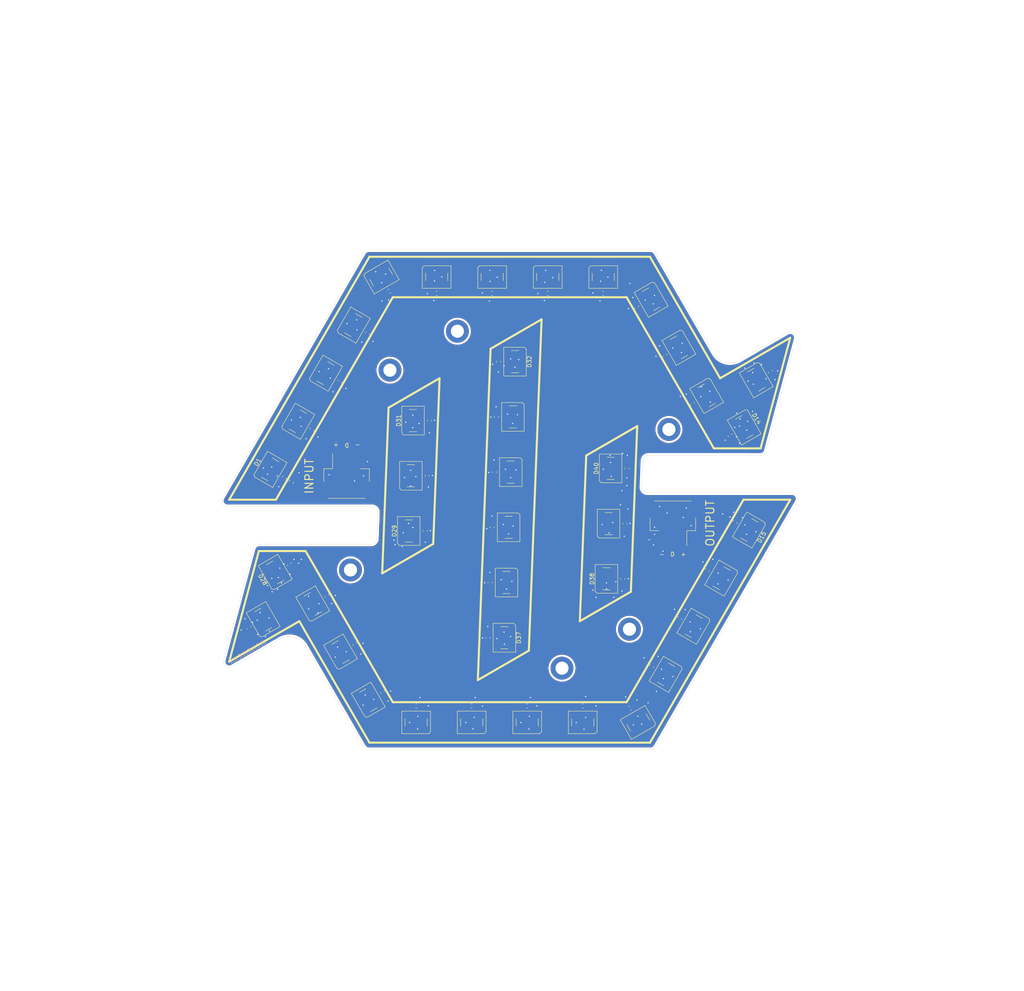
<source format=kicad_pcb>
(kicad_pcb (version 20241229) (generator "pcbnew") (generator_version "9.0")
  (layers (0 "F.Cu" signal) (2 "B.Cu" signal) (13 "F.Paste" user) (15 "B.Paste" user) (5 "F.SilkS" user "F.Silkscreen") (7 "B.SilkS" user "B.Silkscreen") (1 "F.Mask" user) (3 "B.Mask" user) (25 "Edge.Cuts" user))
  (net 0 "")
  (net 1 "GND")
  (net 2 "+5V")
  (net 3 "Net-(D1-DIN)")
  (net 4 "Net-(D1-DOUT)")
  (net 5 "Net-(D2-DOUT)")
  (net 6 "Net-(D3-DOUT)")
  (net 7 "Net-(D4-DOUT)")
  (net 8 "Net-(D5-DOUT)")
  (net 9 "Net-(D6-DOUT)")
  (net 10 "Net-(D7-DOUT)")
  (net 11 "Net-(D8-DOUT)")
  (net 12 "Net-(D10-DIN)")
  (net 13 "Net-(D10-DOUT)")
  (net 14 "Net-(D11-DOUT)")
  (net 15 "Net-(D12-DOUT)")
  (net 16 "Net-(D13-DOUT)")
  (net 17 "Net-(D14-DOUT)")
  (net 18 "Net-(D15-DOUT)")
  (net 19 "Net-(D16-DOUT)")
  (net 20 "Net-(D17-DOUT)")
  (net 21 "Net-(D18-DOUT)")
  (net 22 "Net-(D19-DOUT)")
  (net 23 "Net-(D20-DOUT)")
  (net 24 "Net-(D21-DOUT)")
  (net 25 "Net-(D22-DOUT)")
  (net 26 "Net-(D23-DOUT)")
  (net 27 "Net-(D24-DOUT)")
  (net 28 "Net-(D25-DOUT)")
  (net 29 "Net-(D26-DOUT)")
  (net 30 "Net-(D27-DOUT)")
  (net 31 "Net-(D28-DOUT)")
  (net 32 "Net-(D29-DOUT)")
  (net 33 "Net-(D30-DOUT)")
  (net 34 "Net-(D31-DOUT)")
  (net 35 "Net-(D32-DOUT)")
  (net 36 "Net-(D33-DOUT)")
  (net 37 "Net-(D34-DOUT)")
  (net 38 "Net-(D35-DOUT)")
  (net 39 "DOUT")
  (net 40 "DIN")
  (net 41 "Net-(D36-DOUT)")
  (net 42 "Net-(D37-DOUT)")
  (net 43 "Net-(D38-DOUT)")
  (net 44 "Net-(D39-DOUT)")
  (footprint "LED_SMD:LED_SK6812_PLCC4_5.0x5.0mm_P3.2mm" (layer "F.Cu") (at 160.89397 49.940749)
    (property "Reference" "D8" (hide yes))
    (property "Value" "SK6812")
  )
  (footprint "LED_SMD:LED_SK6812_PLCC4_5.0x5.0mm_P3.2mm" (layer "F.Cu") (at 182.979842 158.56575 -150)
    (property "Reference" "D19" (hide yes))
    (property "Value" "SK6812")
  )
  (footprint "Capacitor_SMD:C_0603_1608Metric" (layer "F.Cu") (at 131.521414 98.418024 -90)
    (property "Reference" "C30" (hide yes))
    (property "Value" "C0.1uF")
  )
  (footprint "LED_SMD:LED_SK6812_PLCC4_5.0x5.0mm_P3.2mm" (layer "F.Cu") (at 186.115578 55.372001 -60)
    (property "Reference" "D10" (hide yes))
    (property "Value" "SK6812")
  )
  (footprint "Capacitor_SMD:C_0603_1608Metric" (layer "F.Cu") (at 169.436909 154.565745)
    (property "Reference" "C20" (hide yes))
    (property "Value" "C0.1uF")
  )
  (footprint "MountingHole:MountingHole_3.2mm_M3_DIN965_Pad" (layer "F.Cu") (at 112.792709 121.385198 30)
    (property "Reference" "H1" (hide yes))
    (property "Value" "MountingHole")
  )
  (footprint "LED_SMD:LED_SK6812_PLCC4_5.0x5.0mm_P3.2mm" (layer "F.Cu") (at 152.918261 70.588476 -90)
    (property "Reference" "D32")
    (property "Value" "SK6812")
  )
  (footprint "Capacitor_SMD:C_0603_1608Metric" (layer "F.Cu") (at 147.36307 110.985727 90)
    (property "Reference" "C35" (hide yes))
    (property "Value" "C0.1uF")
  )
  (footprint "MountingHole:MountingHole_3.2mm_M3_DIN965_Pad" (layer "F.Cu") (at 164.374869 145.340517 30)
    (property "Reference" "H6" (hide yes))
    (property "Value" "MountingHole")
  )
  (footprint "Capacitor_SMD:C_0603_1608Metric" (layer "F.Cu") (at 142.351038 154.565751)
    (property "Reference" "C22" (hide yes))
    (property "Value" "C0.1uF")
  )
  (footprint "LED_SMD:LED_SK6812_PLCC4_5.0x5.0mm_P3.2mm" (layer "F.Cu") (at 176.241901 96.62257 90)
    (property "Reference" "D40")
    (property "Value" "SK6812")
  )
  (footprint "Connector_JST:JST_XH_S3B-XH-SM4-TB_1x03-1MP_P2.50mm_Horizontal" (layer "F.Cu") (at 111.838168 98.513744)
    (property "Reference" "J1" (hide yes))
    (property "Value" "Conn_01x03_Socket")
  )
  (footprint "Capacitor_SMD:C_0603_1608Metric" (layer "F.Cu") (at 193.058672 133.108699 60)
    (property "Reference" "C17" (hide yes))
    (property "Value" "C0.1uF")
  )
  (footprint "Capacitor_SMD:C_0603_1608Metric" (layer "F.Cu") (at 179.205297 123.55439 -90)
    (property "Reference" "C38" (hide yes))
    (property "Value" "C0.1uF")
  )
  (footprint "Capacitor_SMD:C_0603_1608Metric" (layer "F.Cu") (at 182.651469 57.372001 120)
    (property "Reference" "C10" (hide yes))
    (property "Value" "C0.1uF")
  )
  (footprint "LED_SMD:LED_SK6812_PLCC4_5.0x5.0mm_P3.2mm" (layer "F.Cu") (at 199.658511 78.829049 -60)
    (property "Reference" "D12" (hide yes))
    (property "Value" "SK6812")
  )
  (footprint "Capacitor_SMD:C_0603_1608Metric" (layer "F.Cu") (at 113.822068 139.405976 -60)
    (property "Reference" "C25" (hide yes))
    (property "Value" "C0.1uF")
  )
  (footprint "MountingHole:MountingHole_3.2mm_M3_DIN965_Pad" (layer "F.Cu") (at 180.829355 135.840519 30)
    (property "Reference" "H5" (hide yes))
    (property "Value" "MountingHole")
  )
  (footprint "Capacitor_SMD:C_0603_1608Metric" (layer "F.Cu") (at 110.186336 75.397798 -120)
    (property "Reference" "C3" (hide yes))
    (property "Value" "C0.1uF")
  )
  (footprint "Capacitor_SMD:C_0603_1608Metric" (layer "F.Cu") (at 155.89397 154.565746)
    (property "Reference" "C21" (hide yes))
    (property "Value" "C0.1uF")
  )
  (footprint "Capacitor_SMD:C_0603_1608Metric" (layer "F.Cu") (at 133.808101 53.940746 180)
    (property "Reference" "C6" (hide yes))
    (property "Value" "C0.1uF")
  )
  (footprint "Capacitor_SMD:C_0603_1608Metric" (layer "F.Cu") (at 97.892557 119.991474 120)
    (property "Reference" "C28" (hide yes))
    (property "Value" "C0.1uF")
  )
  (footprint "Capacitor_SMD:C_0603_1608Metric" (layer "F.Cu") (at 103.414862 87.126327 -120)
    (property "Reference" "C2" (hide yes))
    (property "Value" "C0.1uF")
  )
  (footprint "LED_SMD:LED_SK6812_PLCC4_5.0x5.0mm_P3.2mm" (layer "F.Cu") (at 127.521411 98.418021 90)
    (property "Reference" "D30" (hide yes))
    (property "Value" "SK6812")
  )
  (footprint "Capacitor_SMD:C_0603_1608Metric" (layer "F.Cu") (at 132.039712 84.952114 -90)
    (property "Reference" "C31" (hide yes))
    (property "Value" "C0.1uF")
  )
  (footprint "Capacitor_SMD:C_0603_1608Metric" (layer "F.Cu") (at 186.287205 144.837224 60)
    (property "Reference" "C18" (hide yes))
    (property "Value" "C0.1uF")
  )
  (footprint "Capacitor_SMD:C_0603_1608Metric" (layer "F.Cu") (at 215.209578 73.000818 -60)
    (property "Reference" "C13" (hide yes))
    (property "Value" "C0.1uF")
  )
  (footprint "Capacitor_SMD:C_0603_1608Metric" (layer "F.Cu") (at 122.265165 53.404846 -150)
    (property "Reference" "C5" (hide yes))
    (property "Value" "C0.1uF")
  )
  (footprint "LED_SMD:LED_SK6812_PLCC4_5.0x5.0mm_P3.2mm" (layer "F.Cu") (at 147.351038 49.940745)
    (property "Reference" "D7" (hide yes))
    (property "Value" "SK6812")
  )
  (footprint "Capacitor_SMD:C_0603_1608Metric" (layer "F.Cu") (at 96.643403 98.854851 -120)
    (property "Reference" "C1" (hide yes))
    (property "Value" "C0.1uF")
  )
  (footprint "Capacitor_SMD:C_0603_1608Metric" (layer "F.Cu") (at 180.979841 155.101648 30)
    (property "Reference" "C19" (hide yes))
    (property "Value" "C0.1uF")
  )
  (footprint "Capacitor_SMD:C_0603_1608Metric" (layer "F.Cu") (at 131.003111 111.883933 -90)
    (property "Reference" "C29" (hide yes))
    (property "Value" "C0.1uF")
  )
  (footprint "Capacitor_SMD:C_0603_1608Metric" (layer "F.Cu") (at 146.84476 124.451635 90)
    (property "Reference" "C36" (hide yes))
    (property "Value" "C0.1uF")
  )
  (footprint "Resistor_SMD:R_0603_1608Metric" (layer "F.Cu") (at 98.375453 99.854849 -120)
    (property "Reference" "R1" (hide yes))
    (property "Value" "R470")
  )
  (footprint "MountingHole:MountingHole_3.2mm_M3_DIN965_Pad" (layer "F.Cu") (at 122.415822 72.665319 30)
    (property "Reference" "H2" (hide yes))
    (property "Value" "MountingHole")
  )
  (footprint "Capacitor_SMD:C_0603_1608Metric" (layer "F.Cu") (at 180.2419 96.622565 -90)
    (property "Reference" "C39" (hide yes))
    (property "Value" "C0.1uF")
  )
  (footprint "LED_SMD:LED_SK6812_PLCC4_5.0x5.0mm_P3.2mm" (layer "F.Cu") (at 151.881657 97.520295 -90)
    (property "Reference" "D34" (hide yes))
    (property "Value" "SK6812")
  )
  (footprint "Capacitor_SMD:C_0603_1608Metric" (layer "F.Cu") (at 205.352454 88.515028 -60)
    (property "Reference" "C14" (hide yes))
    (property "Value" "C0.1uF")
  )
  (footprint "Connector_JST:JST_XH_S3B-XH-SM4-TB_1x03-1MP_P2.50mm_Horizontal" (layer "F.Cu") (at 191.406841 109.99275 180)
    (property "Reference" "J2" (hide yes))
    (property "Value" "Conn_01x03_Socket")
  )
  (footprint "Capacitor_SMD:C_0603_1608Metric" (layer "F.Cu") (at 146.32646 137.91755 90)
    (property "Reference" "C37" (hide yes))
    (property "Value" "C0.1uF")
  )
  (footprint "LED_SMD:LED_SK6812_PLCC4_5.0x5.0mm_P3.2mm" (layer "F.Cu") (at 192.887039 67.100521 -60)
    (property "Reference" "D11" (hide yes))
    (property "Value" "SK6812")
  )
  (footprint "LED_SMD:LED_SK6812_PLCC4_5.0x5.0mm_P3.2mm" (layer "F.Cu") (at 127.003108 111.883936 90)
    (property "Reference" "D29")
    (property "Value" "SK6812")
  )
  (footprint "MountingHole:MountingHole_3.2mm_M3_DIN965_Pad" (layer "F.Cu") (at 190.452687 87.120625 30)
    (property "Reference" "H4" (hide yes))
    (property "Value" "MountingHole")
  )
  (footprint "LED_SMD:LED_SK6812_PLCC4_5.0x5.0mm_P3.2mm" (layer "F.Cu") (at 174.436903 49.940749)
    (property "Reference" "D9" (hide yes))
    (property "Value" "SK6812")
  )
  (footprint "Capacitor_SMD:C_0603_1608Metric" (layer "F.Cu") (at 206.601609 109.651646 60)
    (property "Reference" "C15" (hide yes))
    (property "Value" "C0.1uF")
  )
  (footprint "LED_SMD:LED_SK6812_PLCC4_5.0x5.0mm_P3.2mm" (layer "F.Cu") (at 103.586503 129.677447 120)
    (property "Reference" "D26" (hide yes))
    (property "Value" "SK6812")
  )
  (footprint "LED_SMD:LED_SK6812_PLCC4_5.0x5.0mm_P3.2mm" (layer "F.Cu") (at 151.36335 110.986203 -90)
    (property "Reference" "D35" (hide yes))
    (property "Value" "SK6812")
  )
  (footprint "Capacitor_SMD:C_0603_1608Metric" (layer "F.Cu") (at 128.808103 154.565751)
    (property "Reference" "C23" (hide yes))
    (property "Value" "C0.1uF")
  )
  (footprint "LED_SMD:LED_SK6812_PLCC4_5.0x5.0mm_P3.2mm" (layer "F.Cu") (at 203.294242 123.380178 -120)
    (property "Reference" "D16" (hide yes))
    (property "Value" "SK6812")
  )
  (footprint "Capacitor_SMD:C_0603_1608Metric" (layer "F.Cu") (at 189.422942 69.100523 120)
    (property "Reference" "C11" (hide yes))
    (property "Value" "C0.1uF")
  )
  (footprint "LED_SMD:LED_SK6812_PLCC4_5.0x5.0mm_P3.2mm" (layer "F.Cu") (at 211.745482 75.000818 -60)
    (property "Reference" "D13" (hide yes))
    (property "Value" "SK6812")
  )
  (footprint "Capacitor_SMD:C_0603_1608Metric" (layer "F.Cu") (at 196.194405 80.829055 120)
    (property "Reference" "C12" (hide yes))
    (property "Value" "C0.1uF")
  )
  (footprint "LED_SMD:LED_SK6812_PLCC4_5.0x5.0mm_P3.2mm" (layer "F.Cu") (at 155.893971 158.565745 180)
    (property "Reference" "D21" (hide yes))
    (property "Value" "SK6812")
  )
  (footprint "LED_SMD:LED_SK6812_PLCC4_5.0x5.0mm_P3.2mm" (layer "F.Cu") (at 99.950765 85.126325 60)
    (property "Reference" "D2" (hide yes))
    (property "Value" "SK6812")
  )
  (footprint "LED_SMD:LED_SK6812_PLCC4_5.0x5.0mm_P3.2mm" (layer "F.Cu") (at 113.493699 61.669275 60)
    (property "Reference" "D4" (hide yes))
    (property "Value" "SK6812")
  )
  (footprint "LED_SMD:LED_SK6812_PLCC4_5.0x5.0mm_P3.2mm" (layer "F.Cu") (at 117.129436 153.134498 120)
    (property "Reference" "D24" (hide yes))
    (property "Value" "SK6812")
  )
  (footprint "LED_SMD:LED_SK6812_PLCC4_5.0x5.0mm_P3.2mm" (layer "F.Cu") (at 128.8081 158.565751 180)
    (property "Reference" "D23" (hide yes))
    (property "Value" "SK6812")
  )
  (footprint "Capacitor_SMD:C_0603_1608Metric" (layer "F.Cu") (at 179.723598 110.088479 -90)
    (property "Reference" "C40" (hide yes))
    (property "Value" "C0.1uF")
  )
  (footprint "LED_SMD:LED_SK6812_PLCC4_5.0x5.0mm_P3.2mm" (layer "F.Cu") (at 150.326748 137.91802 -90)
    (property "Reference" "D37")
    (property "Value" "SK6812")
  )
  (footprint "LED_SMD:LED_SK6812_PLCC4_5.0x5.0mm_P3.2mm" (layer "F.Cu") (at 93.179294 96.854848 60)
    (property "Reference" "D1")
    (property "Value" "SK6812")
  )
  (footprint "Capacitor_SMD:C_0603_1608Metric" (layer "F.Cu") (at 116.957802 63.669272 -120)
    (property "Reference" "C4" (hide yes))
    (property "Value" "C0.1uF")
  )
  (footprint "LED_SMD:LED_SK6812_PLCC4_5.0x5.0mm_P3.2mm" (layer "F.Cu") (at 175.205296 123.554387 90)
    (property "Reference" "D38")
    (property "Value" "SK6812")
  )
  (footprint "Capacitor_SMD:C_0603_1608Metric" (layer "F.Cu") (at 88.036236 135.50515 120)
    (property "Reference" "C27" (hide yes))
    (property "Value" "C0.1uF")
  )
  (footprint "LED_SMD:LED_SK6812_PLCC4_5.0x5.0mm_P3.2mm" (layer "F.Cu") (at 208.816557 86.515025 -60)
    (property "Reference" "D14")
    (property "Value" "SK6812")
  )
  (footprint "LED_SMD:LED_SK6812_PLCC4_5.0x5.0mm_P3.2mm" (layer "F.Cu") (at 210.065712 111.651647 -120)
    (property "Reference" "D15")
    (property "Value" "SK6812")
  )
  (footprint "Capacitor_SMD:C_0603_1608Metric" (layer "F.Cu") (at 147.881365 97.519818 90)
    (property "Reference" "C34" (hide yes))
    (property "Value" "C0.1uF")
  )
  (footprint "Capacitor_SMD:C_0603_1608Metric" (layer "F.Cu") (at 174.436906 53.940751 180)
    (property "Reference" "C9" (hide yes))
    (property "Value" "C0.1uF")
  )
  (footprint "LED_SMD:LED_SK6812_PLCC4_5.0x5.0mm_P3.2mm" (layer "F.Cu") (at 152.399958 84.054383 -90)
    (property "Reference" "D33" (hide yes))
    (property "Value" "SK6812")
  )
  (footprint "LED_SMD:LED_SK6812_PLCC4_5.0x5.0mm_P3.2mm" (layer "F.Cu") (at 196.522774 135.108696 -120)
    (property "Reference" "D17" (hide yes))
    (property "Value" "SK6812")
  )
  (footprint "Capacitor_SMD:C_0603_1608Metric" (layer "F.Cu") (at 160.893971 53.94075 180)
    (property "Reference" "C8" (hide yes))
    (property "Value" "C0.1uF")
  )
  (footprint "LED_SMD:LED_SK6812_PLCC4_5.0x5.0mm_P3.2mm" (layer "F.Cu") (at 189.751309 146.837228 -120)
    (property "Reference" "D18" (hide yes))
    (property "Value" "SK6812")
  )
  (footprint "LED_SMD:LED_SK6812_PLCC4_5.0x5.0mm_P3.2mm" (layer "F.Cu") (at 120.265169 49.94075 30)
    (property "Reference" "D5" (hide yes))
    (property "Value" "SK6812")
  )
  (footprint "LED_SMD:LED_SK6812_PLCC4_5.0x5.0mm_P3.2mm" (layer "F.Cu") (at 169.436905 158.565748 180)
    (property "Reference" "D20" (hide yes))
    (property "Value" "SK6812")
  )
  (footprint "MountingHole:MountingHole_3.2mm_M3_DIN965_Pad" (layer "F.Cu") (at 138.870305 63.165315 30)
    (property "Reference" "H3" (hide yes))
    (property "Value" "MountingHole")
  )
  (footprint "Capacitor_SMD:C_0603_1608Metric" (layer "F.Cu") (at 120.593537 151.134503 -60)
    (property "Reference" "C24" (hide yes))
    (property "Value" "C0.1uF")
  )
  (footprint "LED_SMD:LED_SK6812_PLCC4_5.0x5.0mm_P3.2mm" (layer "F.Cu") (at 110.357971 141.405977 120)
    (property "Reference" "D25" (hide yes))
    (property "Value" "SK6812")
  )
  (footprint "LED_SMD:LED_SK6812_PLCC4_5.0x5.0mm_P3.2mm" (layer "F.Cu") (at 133.808099 49.940752)
    (property "Reference" "D6" (hide yes))
    (property "Value" "SK6812")
  )
  (footprint "LED_SMD:LED_SK6812_PLCC4_5.0x5.0mm_P3.2mm" (layer "F.Cu") (at 106.722233 73.3978 60)
    (property "Reference" "D3" (hide yes))
    (property "Value" "SK6812")
  )
  (footprint "LED_SMD:LED_SK6812_PLCC4_5.0x5.0mm_P3.2mm" (layer "F.Cu") (at 128.039717 84.952113 90)
    (property "Reference" "D31")
    (property "Value" "SK6812")
  )
  (footprint "LED_SMD:LED_SK6812_PLCC4_5.0x5.0mm_P3.2mm" (layer "F.Cu") (at 150.845051 124.452113 -90)
    (property "Reference" "D36" (hide yes))
    (property "Value" "SK6812")
  )
  (footprint "LED_SMD:LED_SK6812_PLCC4_5.0x5.0mm_P3.2mm" (layer "F.Cu") (at 175.723598 110.088472 90)
    (property "Reference" "D39" (hide yes))
    (property "Value" "SK6812")
  )
  (footprint "Capacitor_SMD:C_0603_1608Metric" (layer "F.Cu") (at 107.0506 127.677448 -60)
    (property "Reference" "C26" (hide yes))
    (property "Value" "C0.1uF")
  )
  (footprint "Capacitor_SMD:C_0603_1608Metric" (layer "F.Cu") (at 148.399667 84.053913 90)
    (property "Reference" "C33" (hide yes))
    (property "Value" "C0.1uF")
  )
  (footprint "LED_SMD:LED_SK6812_PLCC4_5.0x5.0mm_P3.2mm" (layer "F.Cu") (at 94.428457 121.991476 120)
    (property "Reference" "D28")
    (property "Value" "SK6812")
  )
  (footprint "Capacitor_SMD:C_0603_1608Metric" (layer "F.Cu") (at 199.830144 121.380172 60)
    (property "Reference" "C16" (hide yes))
    (property "Value" "C0.1uF")
  )
  (footprint "LED_SMD:LED_SK6812_PLCC4_5.0x5.0mm_P3.2mm" (layer "F.Cu") (at 142.351036 158.56575 180)
    (property "Reference" "D22" (hide yes))
    (property "Value" "SK6812")
  )
  (footprint "Capacitor_SMD:C_0603_1608Metric" (layer "F.Cu") (at 148.917974 70.588004 -90)
    (property "Reference" "C32" (hide yes))
    (property "Value" "C0.1uF")
  )
  (footprint "Capacitor_SMD:C_0603_1608Metric" (layer "F.Cu") (at 147.351037 53.940748 180)
    (property "Reference" "C7" (hide yes))
    (property "Value" "C0.1uF")
  )
  (footprint "LED_SMD:LED_SK6812_PLCC4_5.0x5.0mm_P3.2mm" (layer "F.Cu") (at 91.500084 133.505289 120)
    (property "Reference" "D27" (hide yes))
    (property "Value" "SK6812")
  )
  (gr_line (start 123.115835 153.628248) (end 180.129173 153.628246) (stroke (width 0.5)) (layer "F.SilkS"))
  (gr_line (start 100.310502 133.878252) (end 83.206497 143.753249) (stroke (width 0.5)) (layer "F.SilkS"))
  (gr_line (start 201.406844 91.732252) (end 180.129176 54.878248) (stroke (width 0.5)) (layer "F.SilkS"))
  (gr_line (start 120.524317 122.207797) (end 132.963592 115.025979) (stroke (width 0.5)) (layer "F.SilkS"))
  (gr_line (start 202.934507 74.628252) (end 220.038512 64.753252) (stroke (width 0.5)) (layer "F.SilkS"))
  (gr_line (start 83.206498 104.253248) (end 117.414497 45.003251) (stroke (width 0.5)) (layer "F.SilkS"))
  (gr_line (start 146.957776 67.446432) (end 159.397053 60.264609) (stroke (width 0.5)) (layer "F.SilkS"))
  (gr_line (start 212.809511 91.732251) (end 201.406844 91.732252) (stroke (width 0.5)) (layer "F.SilkS"))
  (gr_line (start 101.838168 116.774247) (end 123.115835 153.628248) (stroke (width 0.5)) (layer "F.SilkS"))
  (gr_line (start 185.83051 45.003245) (end 202.934507 74.628252) (stroke (width 0.5)) (layer "F.SilkS"))
  (gr_line (start 94.609164 104.25325) (end 83.206498 104.253248) (stroke (width 0.5)) (layer "F.SilkS"))
  (gr_line (start 83.206497 143.753249) (end 90.4355 116.774251) (stroke (width 0.5)) (layer "F.SilkS"))
  (gr_line (start 185.830509 163.503251) (end 117.414503 163.503252) (stroke (width 0.5)) (layer "F.SilkS"))
  (gr_line (start 170.281418 93.480522) (end 168.726503 133.878244) (stroke (width 0.5)) (layer "F.SilkS"))
  (gr_line (start 117.414503 163.503252) (end 100.310502 133.878252) (stroke (width 0.5)) (layer "F.SilkS"))
  (gr_line (start 208.635839 104.253251) (end 220.038513 104.25325) (stroke (width 0.5)) (layer "F.SilkS"))
  (gr_line (start 122.079228 81.81007) (end 120.524317 122.207797) (stroke (width 0.5)) (layer "F.SilkS"))
  (gr_line (start 156.287235 141.060068) (end 143.847961 148.241889) (stroke (width 0.5)) (layer "F.SilkS"))
  (gr_line (start 159.397053 60.264609) (end 156.287235 141.060068) (stroke (width 0.5)) (layer "F.SilkS"))
  (gr_line (start 220.038512 64.753252) (end 212.809511 91.732251) (stroke (width 0.5)) (layer "F.SilkS"))
  (gr_line (start 123.115836 54.878251) (end 94.609164 104.25325) (stroke (width 0.5)) (layer "F.SilkS"))
  (gr_line (start 143.847961 148.241889) (end 146.957776 67.446432) (stroke (width 0.5)) (layer "F.SilkS"))
  (gr_line (start 220.038513 104.25325) (end 185.830509 163.503251) (stroke (width 0.5)) (layer "F.SilkS"))
  (gr_line (start 134.518505 74.628253) (end 122.079228 81.81007) (stroke (width 0.5)) (layer "F.SilkS"))
  (gr_line (start 182.720691 86.298706) (end 170.281418 93.480522) (stroke (width 0.5)) (layer "F.SilkS"))
  (gr_line (start 181.165783 126.696431) (end 182.720691 86.298706) (stroke (width 0.5)) (layer "F.SilkS"))
  (gr_line (start 117.414497 45.003251) (end 185.83051 45.003245) (stroke (width 0.5)) (layer "F.SilkS"))
  (gr_line (start 168.726503 133.878244) (end 181.165783 126.696431) (stroke (width 0.5)) (layer "F.SilkS"))
  (gr_line (start 132.963592 115.025979) (end 134.518505 74.628253) (stroke (width 0.5)) (layer "F.SilkS"))
  (gr_line (start 180.129173 153.628246) (end 208.635839 104.253251) (stroke (width 0.5)) (layer "F.SilkS"))
  (gr_line (start 180.129176 54.878248) (end 123.115836 54.878251) (stroke (width 0.5)) (layer "F.SilkS"))
  (gr_line (start 90.4355 116.774251) (end 101.838168 116.774247) (stroke (width 0.5)) (layer "F.SilkS"))
  (gr_line (start 187.190985 44.059189) (end 201.377322 68.630649) (stroke (width 0.05)) (layer "Edge.Cuts"))
  (gr_line (start 119.1911 113.777747) (end 119.438218 107.357355) (stroke (width 0.05)) (layer "Edge.Cuts"))
  (gr_arc (start 89.150484 116.16168) (mid 89.652404 115.411877) (end 90.507544 115.124009) (stroke (width 0.05)) (layer "Edge.Cuts"))
  (gr_line (start 207.647243 70.290547) (end 219.338505 63.540597) (stroke (width 0.05)) (layer "Edge.Cuts"))
  (gr_line (start 185.975129 165.153171) (end 117.269962 165.152669) (stroke (width 0.05)) (layer "Edge.Cuts"))
  (gr_arc (start 118.039224 105.903488) (mid 119.04805 106.332767) (end 119.43821 107.357355) (stroke (width 0.05)) (layer "Edge.Cuts"))
  (gr_line (start 221.385964 65.132046) (end 214.094609 92.344852) (stroke (width 0.05)) (layer "Edge.Cuts"))
  (gr_arc (start 117.269962 165.152669) (mid 116.570027 164.965097) (end 116.057669 164.452666) (stroke (width 0.05)) (layer "Edge.Cuts"))
  (gr_line (start 81.565703 103.79466) (end 116.057917 44.052785) (stroke (width 0.05)) (layer "Edge.Cuts"))
  (gr_arc (start 119.1911 113.777747) (mid 118.767046 114.728713) (end 117.803761 115.124008) (stroke (width 0.05)) (layer "Edge.Cuts"))
  (gr_line (start 90.507544 115.124009) (end 117.803761 115.124008) (stroke (width 0.05)) (layer "Edge.Cuts"))
  (gr_line (start 184.053914 94.728778) (end 183.806791 101.149116) (stroke (width 0.05)) (layer "Edge.Cuts"))
  (gr_arc (start 220.471851 102.603011) (mid 221.684286 103.303011) (end 221.684285 104.703011) (stroke (width 0.05)) (layer "Edge.Cuts"))
  (gr_line (start 117.281047 43.352928) (end 185.975003 43.353253) (stroke (width 0.05)) (layer "Edge.Cuts"))
  (gr_line (start 116.057669 164.452666) (end 101.881668 139.899112) (stroke (width 0.05)) (layer "Edge.Cuts"))
  (gr_line (start 185.205707 102.603015) (end 220.471851 102.603011) (stroke (width 0.05)) (layer "Edge.Cuts"))
  (gr_line (start 81.854508 143.390816) (end 89.150484 116.16168) (stroke (width 0.05)) (layer "Edge.Cuts"))
  (gr_arc (start 185.975003 43.353253) (mid 186.678024 43.542531) (end 187.190985 44.059189) (stroke (width 0.05)) (layer "Edge.Cuts"))
  (gr_arc (start 184.053914 94.728778) (mid 184.478231 93.777544) (end 185.442 93.382492) (stroke (width 0.05)) (layer "Edge.Cuts"))
  (gr_arc (start 219.338505 63.540597) (mid 220.89744 63.64772) (end 221.385964 65.132046) (stroke (width 0.05)) (layer "Edge.Cuts"))
  (gr_line (start 212.742315 93.382489) (end 185.442 93.382492) (stroke (width 0.05)) (layer "Edge.Cuts"))
  (gr_arc (start 187.187589 164.453171) (mid 186.675143 164.965614) (end 185.975129 165.153171) (stroke (width 0.05)) (layer "Edge.Cuts"))
  (gr_arc (start 185.205707 102.603015) (mid 184.196899 102.173717) (end 183.806865 101.149117) (stroke (width 0.05)) (layer "Edge.Cuts"))
  (gr_line (start 118.039224 105.903488) (end 82.773036 105.903492) (stroke (width 0.05)) (layer "Edge.Cuts"))
  (gr_arc (start 82.773036 105.903492) (mid 81.558041 105.199069) (end 81.565703 103.79466) (stroke (width 0.05)) (layer "Edge.Cuts"))
  (gr_arc (start 116.057917 44.052785) (mid 116.575005 43.537738) (end 117.281047 43.352928) (stroke (width 0.05)) (layer "Edge.Cuts"))
  (gr_arc (start 95.597917 138.215416) (mid 99.088471 137.755886) (end 101.881668 139.899112) (stroke (width 0.05)) (layer "Edge.Cuts"))
  (gr_arc (start 207.647243 70.290547) (mid 204.169963 70.753641) (end 201.377322 68.630649) (stroke (width 0.05)) (layer "Edge.Cuts"))
  (gr_arc (start 83.906573 144.96542) (mid 82.35448 144.86369) (end 81.854508 143.390816) (stroke (width 0.05)) (layer "Edge.Cuts"))
  (gr_line (start 221.684285 104.703011) (end 187.187589 164.453171) (stroke (width 0.05)) (layer "Edge.Cuts"))
  (gr_arc (start 214.094609 92.344852) (mid 213.594581 93.093195) (end 212.742315 93.382489) (stroke (width 0.05)) (layer "Edge.Cuts"))
  (gr_line (start 95.597917 138.215416) (end 83.906573 144.96542) (stroke (width 0.05)) (layer "Edge.Cuts"))
  (gr_text "-  D  +" (at 111.898438 90.947942 180) (layer "F.SilkS") (effects (font (size 1 1))))
  (gr_text "INPUT" (at 102.738166 98.51375 90) (layer "F.SilkS") (effects (font (size 2 2) (thickness 0.25))))
  (gr_text "OUTPUT\n" (at 200.506845 109.992753 90) (layer "F.SilkS") (effects (font (size 2 2) (thickness 0.25))))
  (gr_text "-  D  +" (at 191.346576 117.558556 0) (layer "F.SilkS") (effects (font (size 1 1))))
  (gr_text "JLCJLCJLCJLC" (at 92.462325 139.255168 30) (layer "B.SilkS") (effects (font (size 1 1) (thickness 0.1)) (justify left bottom mirror)))
  (segment (start 148.917973 71.363002) (end 148.934915 71.37994) (width 0.5) (layer "F.Cu") (net 1))
  (segment (start 205.698689 89.175141) (end 205.739955 89.186199) (width 0.5) (layer "F.Cu") (net 1))
  (segment (start 97.505055 119.320304) (end 97.532441 119.218109) (width 0.5) (layer "F.Cu") (net 1))
  (via (at 148.843413 73.13602) (size 0.6) (drill 0.3) (layers "F.Cu" "B.Cu") (net 1))
  (via (at 211.180361 70.88753) (size 0.6) (drill 0.3) (layers "F.Cu" "B.Cu") (net 1))
  (via (at 151.855917 98.861863) (size 0.6) (drill 0.3) (layers "F.Cu" "B.Cu") (net 1))
  (via (at 206.493251 86.645215) (size 0.6) (drill 0.3) (layers "F.Cu" "B.Cu") (net 1))
  (via (at 198.244226 79.107576) (size 0.6) (drill 0.3) (layers "F.Cu" "B.Cu") (net 1))
  (via (at 175.223914 126.039866) (size 0.6) (drill 0.3) (layers "F.Cu" "B.Cu") (net 1))
  (via (at 111.756316 141.31459) (size 0.6) (drill 0.3) (layers "F.Cu" "B.Cu") (net 1))
  (via (at 108.562853 77.93301) (size 0.6) (drill 0.3) (layers "F.Cu" "B.Cu") (net 1))
  (via (at 129.238973 157.08423) (size 0.6) (drill 0.3) (layers "F.Cu" "B.Cu") (net 1))
  (via (at 150.240413 71.612017) (size 0.6) (drill 0.3) (layers "F.Cu" "B.Cu") (net 1))
  (via (at 174.474035 96.833253) (size 0.6) (drill 0.3) (layers "F.Cu" "B.Cu") (net 1))
  (via (at 107.592999 98.169662) (size 0.6) (drill 0.3) (layers "F.Cu" "B.Cu") (net 1))
  (via (at 175.869779 112.36928) (size 0.6) (drill 0.3) (layers "F.Cu" "B.Cu") (net 1))
  (via (at 92.942738 133.11251) (size 0.6) (drill 0.3) (layers "F.Cu" "B.Cu") (net 1))
  (via (at 115.547854 65.834634) (size 0.6) (drill 0.3) (layers "F.Cu" "B.Cu") (net 1))
  (via (at 109.640467 140.189828) (size 0.6) (drill 0.3) (layers "F.Cu" "B.Cu") (net 1))
  (via (at 176.202746 95.165995) (size 0.6) (drill 0.3) (layers "F.Cu" "B.Cu") (net 1))
  (via (at 151.347919 112.577867) (size 0.6) (drill 0.3) (layers "F.Cu" "B.Cu") (net 1))
  (via (at 174.161854 110.292548) (size 0.6) (drill 0.3) (layers "F.Cu" "B.Cu") (net 1))
  (via (at 95.016504 126.10127) (size 0.6) (drill 0.3) (layers "F.Cu" "B.Cu") (net 1))
  (via (at 200.542487 80.40219) (size 0.6) (drill 0.3) (layers "F.Cu" "B.Cu") (net 1))
  (via (at 186.936846 54.419485) (size 0.6) (drill 0.3) (layers "F.Cu" "B.Cu") (net 1))
  (via (at 193.234724 79.066864) (size 0.6) (drill 0.3) (layers "F.Cu" "B.Cu") (net 1))
  (via (at 142.67899 160.142626) (size 0.6) (drill 0.3) (layers "F.Cu" "B.Cu") (net 1))
  (via (at 149.569913 123.753864) (size 0.6) (drill 0.3) (layers "F.Cu" "B.Cu") (net 1))
  (via (at 151.855918 69.905863) (size 0.6) (drill 0.3) (layers "F.Cu" "B.Cu") (net 1))
  (via (at 107.85312 74.590301) (size 0.6) (drill 0.3) (layers "F.Cu" "B.Cu") (net 1))
  (via (at 177.509916 124.261864) (size 0.6) (drill 0.3) (layers "F.Cu" "B.Cu") (net 1))
  (via (at 109.12501 142.645436) (size 0.6) (drill 0.3) (layers "F.Cu" "B.Cu") (net 1))
  (via (at 114.364149 62.804871) (size 0.6) (drill 0.3) (layers "F.Cu" "B.Cu") (net 1))
  (via (at 87.075995 133.30046) (size 0.6) (drill 0.3) (layers "F.Cu" "B.Cu") (net 1))
  (via (at 175.556816 49.971829) (size 0.6) (drill 0.3) (layers "F.Cu" "B.Cu") (net 1))
  (via (at 180.315433 93.449378) (size 0.6) (drill 0.3) (layers "F.Cu" "B.Cu") (net 1))
  (via (at 127.471914 97.083866) (size 0.6) (drill 0.3) (layers "F.Cu" "B.Cu") (net 1))
  (via (at 133.313913 84.891864) (size 0.6) (drill 0.3) (layers "F.Cu" "B.Cu") (net 1))
  (via (at 195.688433 136.447745) (size 0.6) (drill 0.3) (layers "F.Cu" "B.Cu") (net 1))
  (via (at 179.033916 126.547861) (size 0.6) (drill 0.3) (layers "F.Cu" "B.Cu") (net 1))
  (via (at 153.20256 96.98999) (size 0.6) (drill 0.3) (layers "F.Cu" "B.Cu") (net 1))
  (via (at 92.057244 137.610236) (size 0.6) (drill 0.3) (layers "F.Cu" "B.Cu") (net 1))
  (via (at 205.350823 108.46751) (size 0.6) (drill 0.3) (layers "F.Cu" "B.Cu") (net 1))
  (via (at 185.372969 153.782228) (size 0.6) (drill 0.3) (layers "F.Cu" "B.Cu") (net 1))
  (via (at 193.686848 66.110826) (size 0.6) (drill 0.3) (layers "F.Cu" "B.Cu") (net 1))
  (via (at 105.118573 72.986068) (size 0.6) (drill 0.3) (layers "F.Cu" "B.Cu") (net 1))
  (via (at 179.005864 102.053138) (size 0.6) (drill 0.3) (layers "F.Cu" "B.Cu") (net 1))
  (via (at 180.963129 110.01522) (size 0.6) (drill 0.3) (layers "F.Cu" "B.Cu") (net 1))
  (via (at 102.579912 130.865867) (size 0.6) (drill 0.3) (layers "F.Cu" "B.Cu") (net 1))
  (via (at 195.846982 110.577822) (size 0.6) (drill 0.3) (layers "F.Cu" "B.Cu") (net 1))
  (via (at 183.805449 158.995737) (size 0.6) (drill 0.3) (layers "F.Cu" "B.Cu") (net 1))
  (via (at 88.891362 134.158768) (size 0.6) (drill 0.3) (layers "F.Cu" "B.Cu") (net 1))
  (via (at 200.436849 77.802168) (size 0.6) (drill 0.3) (layers "F.Cu" "B.Cu") (net 1))
  (via (at 114.280293 60.410109) (size 0.6) (drill 0.3) (layers "F.Cu" "B.Cu") (net 1))
  (via (at 146.521915 97.591867) (size 0.6) (drill 0.3) (layers "F.Cu" "B.Cu") (net 1))
  (via (at 173.797051 50.987825) (size 0.6) (drill 0.3) (layers "F.Cu" "B.Cu") (net 1))
  (via (at 148.299917 81.589865) (size 0.6) (drill 0.3) (layers "F.Cu" "B.Cu") (net 1))
  (via (at 172.67297 154.544227) (size 0.6) (drill 0.3) (layers "F.Cu" "B.Cu") (net 1))
  (via (at 152.871917 71.937866) (size 0.6) (drill 0.3) (layers "F.Cu" "B.Cu") (net 1))
  (via (at 160.375981 48.334712) (size 0.6) (drill 0.3) (layers "F.Cu" "B.Cu") (net 1))
  (via (at 179.172432 92.941377) (size 0.6) (drill 0.3) (layers "F.Cu" "B.Cu") (net 1))
  (via (at 180.188434 98.910377) (size 0.6) (drill 0.3) (layers "F.Cu" "B.Cu") (net 1))
  (via (at 147.283913 108.259862) (size 0.6) (drill 0.3) (layers "F.Cu" "B.Cu") (net 1))
  (via (at 93.579299 96.265291) (size 0.6) (drill 0.3) (layers "F.Cu" "B.Cu") (net 1))
  (via (at 108.206991 129.578976) (size 0.6) (drill 0.3) (layers "F.Cu" "B.Cu") (net 1))
  (via (at 198.12604 135.739732) (size 0.6) (drill 0.3) (layers "F.Cu" "B.Cu") (net 1))
  (via (at 126.963918 110.037866) (size 0.6) (drill 0.3) (layers "F.Cu" "B.Cu") (net 1))
  (via (at 131.027915 114.609864) (size 0.6) (drill 0.3) (layers "F.Cu" "B.Cu") (net 1))
  (via (at 167.846971 158.608227) (size 0.6) (drill 0.3) (layers "F.Cu" "B.Cu") (net 1))
  (via (at 128.741915 98.607865) (size 0.6) (drill 0.3) (layers "F.Cu" "B.Cu") (net 1))
  (via (at 127.979913 86.669865) (size 0.6) (drill 0.3) (layers "F.Cu" "B.Cu") (net 1))
  (via (at 201.185908 118.797843) (size 0.6) (drill 0.3) (layers "F.Cu" "B.Cu") (net 1))
  (via (at 191.437822 147.395399) (size 0.6) (drill 0.3) (layers "F.Cu" "B.Cu") (net 1))
  (via (at 131.778971 154.544231) (size 0.6) (drill 0.3) (layers "F.Cu" "B.Cu") (net 1))
  (via (at 123.655901 115.210712) (size 0.6) (drill 0.3) (layers "F.Cu" "B.Cu") (net 1))
  (via (at 208.973609 110.389141) (size 0.6) (drill 0.3) (layers "F.Cu" "B.Cu") (net 1))
  (via (at 129.503916 85.653865) (size 0.6) (drill 0.3) (layers "F.Cu" "B.Cu") (net 1))
  (via (at 150.585918 96.829863) (size 0.6) (drill 0.3) (layers "F.Cu" "B.Cu") (net 1))
  (via (at 180.943783 51.536238) (size 0.6) (drill 0.3) (layers "F.Cu" "B.Cu") (net 1))
  (via (at 173.629346 55.777355) (size 0.6) (drill 0.3) (layers "F.Cu" "B.Cu") (net 1))
  (via (at 93.01 136.277012) (size 0.6) (drill 0.3) (layers "F.Cu" "B.Cu") (net 1))
  (via (at 156.416973 157.08423) (size 0.6) (drill 0.3) (layers "F.Cu" "B.Cu") (net 1))
  (via (at 125.672762 112.30698) (size 0.6) (drill 0.3) (layers "F.Cu" "B.Cu") (net 1))
  (via (at 115.31899 141.897324) (size 0.6) (drill 0.3) (layers "F.Cu" "B.Cu") (net 1))
  (via (at 101.958858 89.371473) (size 0.6) (drill 0.3) (layers "F.Cu" "B.Cu") (net 1))
  (via (at 182.892372 157.066659) (size 0.6) (drill 0.3) (layers "F.Cu" "B.Cu") (net 1))
  (via (at 144.986969 154.544229) (size 0.6) (drill 0.3) (layers "F.Cu" "B.Cu") (net 1))
  (via (at 147.791917 94.543862) (size 0.6) (drill 0.3) (layers "F.Cu" "B.Cu") (net 1))
  (via (at 207.691854 90.499256) (size 0.6) (drill 0.3) (layers "F.Cu" "B.Cu") (net 1))
  (via (at 184.655225 55.570734) (size 0.6) (drill 0.3) (layers "F.Cu" "B.Cu") (net 1))
  (via (at 180.568757 57.63676) (size 0.6) (drill 0.3) (layers "F.Cu" "B.Cu") (net 1))
  (via (at 146.803837 48.307073) (size 0.6) (drill 0.3) (layers "F.Cu" "B.Cu") (net 1))
  (via (at 187.816872 142.461682) (size 0.6) (drill 0.3) (layers "F.Cu" "B.Cu") (net 1))
  (via (at 111.939365 61.300039) (size 0.6) (drill 0.3) (layers "F.Cu" "B.Cu") (net 1))
  (via (at 153.514741 83.5307) (size 0.6) (drill 0.3) (layers "F.Cu" "B.Cu") (net 1))
  (via (at 198.757109 119.448637) (size 0.6) (drill 0.3) (layers "F.Cu" "B.Cu") (net 1))
  (via (at 100.564297 84.166918) (size 0.6) (drill 0.3) (layers "F.Cu" "B.Cu") (net 1))
  (via (at 96.579989 119.919302) (size 0.6) (drill 0.3) (layers "F.Cu" "B.Cu") (net 1))
  (via (at 98.040487 122.448964) (size 0.6) (drill 0.3) (layers "F.Cu" "B.Cu") (net 1))
  (via (at 148.588533 49.997391) (size 0.6) (drill 0.3) (layers "F.Cu" "B.Cu") (net 1))
  (via (at 210.883366 73.231683) (size 0.6) (drill 0.3) (layers "F.Cu" "B.Cu") (net 1))
  (via (at 180.557916 123.499872) (size 0.6) (drill 0.3) (layers "F.Cu" "B.Cu") (net 1))
  (via (at 146.267914 135.183865) (size 0.6) (drill 0.3) (layers "F.Cu" "B.Cu") (net 1))
  (via (at 210.862162 82.674484) (size 0.6) (drill 0.3) (layers "F.Cu" "B.Cu") (net 1))
  (via (at 115.995687 98.425784) (size 0.6) (drill 0.3) (layers "F.Cu" "B.Cu") (net 1))
  (via (at 150.331916 139.501863) (size 0.6) (drill 0.3) (layers "F.Cu" "B.Cu") (net 1))
  (via (at 204.882818 123.88282) (size 0.6) (drill 0.3) (layers "F.Cu" "B.Cu") (net 1))
  (via (at 188.653607 145.584411) (size 0.6) (drill 0.3) (layers "F.Cu" "B.Cu") (net 1))
  (via (at 214.143288 74.749468) (size 0.6) (drill 0.3) (layers "F.Cu" "B.Cu") (net 1))
  (via (at 151.833017 137.617867) (size 0.6) (drill 0.3) (layers "F.Cu" "B.Cu") (net 1))
  (via (at 198.328078 76.71281) (size 0.6) (drill 0.3) (layers "F.Cu" "B.Cu") (net 1))
  (via (at 127.979916 83.621865) (size 0.6) (drill 0.3) (layers "F.Cu" "B.Cu") (net 1))
  (via (at 133.113423 55.705718) (size 0.6) (drill 0.3) (layers "F.Cu" "B.Cu") (net 1))
  (via (at 216.985887 72.814998) (size 0.6) (drill 0.3) (layers "F.Cu" "B.Cu") (net 1))
  (via (at 140.922971 158.608228) (size 0.6) (drill 0.3) (layers "F.Cu" "B.Cu") (net 1))
  (via (at 188.979859 116.795018) (size 0.6) (drill 0.3) (layers "F.Cu" "B.Cu") (net 1))
  (via (at 186.947859 110.95302) (size 0.6) (drill 0.3) (layers "F.Cu" "B.Cu") (net 1))
  (via (at 121.922989 153.335788) (size 0.6) (drill 0.3) (layers "F.Cu" "B.Cu") (net 1))
  (via (at 189.973393 107.516472) (size 0.6) (drill 0.3) (layers "F.Cu" "B.Cu") (net 1))
  (via (at 125.390753 115.675565) (size 0.6) (drill 0.3) (layers "F.Cu" "B.Cu") (net 1))
  (via (at 156.305771 160.184899) (size 0.6) (drill 0.3) (layers "F.Cu" "B.Cu") (net 1))
  (via (at 207.664691 86.280299) (size 0.6) (drill 0.3) (layers "F.Cu" "B.Cu") (net 1))
  (via (at 98.395091 84.800661) (size 0.6) (drill 0.3) (layers "F.Cu" "B.Cu") (net 1))
  (via (at 194.677849 106.266825) (size 0.6) (drill 0.3) (layers "F.Cu" "B.Cu") (net 1))
  (via (at 91.563313 96.527677) (size 0.6) (drill 0.3) (layers "F.Cu" "B.Cu") (net 1))
  (via (at 191.806141 130.980074) (size 0.6) (drill 0.3) (layers "F.Cu" "B.Cu") (net 1))
  (via (at 160.156442 51.237599) (size 0.6) (drill 0.3) (layers "F.Cu" "B.Cu") (net 1))
  (via (at 169.735322 160.225568) (size 0.6) (drill 0.3) (layers "F.Cu" "B.Cu") (net 1))
  (via (at 99.016676 118.805773) (size 0.6) (drill 0.3) (layers "F.Cu" "B.Cu") (net 1))
  (via (at 147.446412 71.231017) (size 0.6) (drill 0.3) (layers "F.Cu" "B.Cu") (net 1))
  (via (at 176.406923 98.567638) (size 0.6) (drill 0.3) (layers "F.Cu" "B.Cu") (net 1))
  (via (at 176.740543 109.81349) (size 0.6) (drill 0.3) (layers "F.Cu" "B.Cu") (net 1))
  (via (at 111.685588 77.096271) (size 0.6) (drill 0.3) (layers "F.Cu" "B.Cu") (net 1))
  (via (at 133.281127 50.916192) (size 0.6) (drill 0.3) (layers "F.Cu" "B.Cu") (net 1))
  (via (at 146.828768 51.013392) (size 0.6) (drill 0.3) (layers "F.Cu" "B.Cu") (net 1))
  (via (at 206.239822 107.324511) (size 0.6) (drill 0.3) (layers "F.Cu" "B.Cu") (net 1))
  (via (at 120.475943 55.774935) (size 0.6) (drill 0.3) (layers "F.Cu" "B.Cu") (net 1))
  (via (at 120.401209 51.332378) (size 0.6) (drill 0.3) (layers "F.Cu" "B.Cu") (net 1))
  (via (at 209.758606 75.347535) (size 0.6) (drill 0.3) (layers "F.Cu" "B.Cu") (net 1))
  (via (at 131.789911 101.147869) (size 0.6) (drill 0.3) (layers "F.Cu" "B.Cu") (net 1))
  (via (at 171.919407 53.831652) (size 0.6) (drill 0.3) (layers "F.Cu" "B.Cu") (net 1))
  (via (at 154.384971 158.608227) (size 0.6) (drill 0.3) (layers "F.Cu" "B.Cu") (net 1))
  (via (at 100.775153 86.34171) (size 0.6) (drill 0.3) (layers "F.Cu" "B.Cu") (net 1))
  (via (at 151.093914 83.367866) (size 0.6) (drill 0.3) (layers "F.Cu" "B.Cu") (net 1))
  (via (at 202.41943 124.789311) (size 0.6) (drill 0.3) (layers "F.Cu" "B.Cu") (net 1))
  (via (at 142.95497 157.338224) (size 0.6) (drill 0.3) (layers "F.Cu" "B.Cu") (net 1))
  (via (at 150.237767 136.553335) (size 0.6) (drill 0.3) (layers "F.Cu" "B.Cu") (net 1))
  (via (at 127.471917 100.893868) (size 0.6) (drill 0.3) (layers "F.Cu" "B.Cu") (net 1))
  (via (at 188.170518 66.739404) (size 0.6) (drill 0.3) (layers "F.Cu" "B.Cu") (net 1))
  (via (at 181.659489 54.95397) (size 0.6) (drill 0.3) (layers "F.Cu" "B.Cu") (net 1))
  (via (at 152.363918 85.653866) (size 0.6) (drill 0.3) (layers "F.Cu" "B.Cu") (net 1))
  (via (at 100.227001 97.661661) (size 0.6) (drill 0.3) (layers "F.Cu" "B.Cu") (net 1))
  (via (at 182.654161 153.098077) (size 0.6) (drill 0.3) (layers "F.Cu" "B.Cu") (net 1))
  (via (at 152.45737 110.69928) (size 0.6) (drill 0.3) (layers "F.Cu" "B.Cu") (net 1))
  (via (at 118.28959 65.65781) (size 0.6) (drill 0.3) (layers "F.Cu" "B.Cu") (net 1))
  (via (at 123.407917 114.101867) (size 0.6) (drill 0.3) (layers "F.Cu" "B.Cu") (net 1))
  (via (at 203.572824 107.705509) (size 0.6) (drill 0.3) (layers "F.Cu" "B.Cu") (net 1))
  (via (at 150.839916 126.039865) (size 0.6) (drill 0.3) (layers "F.Cu" "B.Cu") (net 1))
  (via (at 145.505919 124.515863) (size 0.6) (drill 0.3) (layers "F.Cu" "B.Cu") (net 1))
  (via (at 129.74697 152.51223) (size 0.6) (drill 0.3) (layers "F.Cu" "B.Cu") (net 1))
  (via (at 133.333664 48.33605) (size 0.6) (drill 0.3) (layers "F.Cu" "B.Cu") (net 1))
  (via (at 132.805915 98.353867) (size 0.6) (drill 0.3) (layers "F.Cu" "B.Cu") (net 1))
  (via (at 156.670968 152.51223) (size 0.6) (drill 0.3) (layers "F.Cu" "B.Cu") (net 1))
  (via (at 189.084435 147.88621) (size 0.6) (drill 0.3) (layers "F.Cu" "B.Cu") (net 1))
  (via (at 202.462577 122.174574) (size 0.6) (drill 0.3) (layers "F.Cu" "B.Cu") (net 1))
  (via (at 92.505976 125.179463) (size 0.6) (drill 0.3) (layers "F.Cu" "B.Cu") (net 1))
  (via (at 129.15417 160.156958) (size 0.6) (drill 0.3) (layers "F.Cu" "B.Cu") (net 1))
  (via (at 118.487316 152.973024) (size 0.6) (drill 0.3) (layers "F.Cu" "B.Cu") (net 1))
  (via (at 180.188434 100.815379) (size 0.6) (drill 0.3) (layers "F.Cu" "B.Cu") (net 1))
  (via (at 147.029916 84.129865) (size 0.6) (drill 0.3) (layers "F.Cu" "B.Cu") (net 1))
  (via (at 148.512035 138.136278) (size 0.6) (drill 0.3) (layers "F.Cu" "B.Cu") (net 1))
  (via (at 186.947857 112.731022) (size 0.6) (drill 0.3) (layers "F.Cu" "B.Cu") (net 1))
  (via (at 90.054714 133.633753) (size 0.6) (drill 0.3) (layers "F.Cu" "B.Cu") (net 1))
  (via (at 191.386225 67.229168) (size 0.6) (drill 0.3) (layers "F.Cu" "B.Cu") (net 1))
  (via (at 209.433578 87.312096) (size 0.6) (drill 0.3) (layers "F.Cu" "B.Cu") (net 1))
  (via (at 135.040893 49.900191) (size 0.6) (drill 0.3) (layers "F.Cu" "B.Cu") (net 1))
  (via (at 176.100657 93.465175) (size 0.6) (drill 0.3) (layers "F.Cu" "B.Cu") (net 1))
  (via (at 144.951123 53.857217) (size 0.6) (drill 0.3) (layers "F.Cu" "B.Cu") (net 1))
  (via (at 127.206975 158.608228) (size 0.6) (drill 0.3) (layers "F.Cu" "B.Cu") (net 1))
  (via (at 188.170484 105.917739) (size 0.6) (drill 0.3) (layers "F.Cu" "B.Cu") (net 1))
  (via (at 178.643104 105.488813) (size 0.6) (drill 0.3) (layers "F.Cu" "B.Cu") (net 1))
  (via (at 100.780999 118.81367) (size 0.6) (drill 0.3) (layers "F.Cu" "B.Cu") (net 1))
  (via (at 104.827589 88.974682) (size 0.6) (drill 0.3) (layers "F.Cu" "B.Cu") (net 1))
  (via (at 90.148905 137.0989) (size 0.6) (drill 0.3) (layers "F.Cu" "B.Cu") (net 1))
  (via (at 208.980657 72.15753) (size 0.6) (drill 0.3) (layers "F.Cu" "B.Cu") (net 1))
  (via (at 116.371467 151.848262) (size 0.6) (drill 0.3) (layers "F.Cu" "B.Cu") (net 1))
  (via (at 181.767606 159.182515) (size 0.6) (drill 0.3) (layers "F.Cu" "B.Cu") (net 1))
  (via (at 95.305762 101.073562) (size 0.6) (drill 0.3) (layers "F.Cu" "B.Cu") (net 1))
  (via (at 209.644428 85.1373) (size 0.6) (drill 0.3) (layers "F.Cu" "B.Cu") (net 1))
  (via (at 92.563296 98.025057) (size 0.6) (drill 0.3) (layers "F.Cu" "B.Cu") (net 1))
  (via (at 207.7915 84.575848) (size 0.6) (drill 0.3) (layers "F.Cu" "B.Cu") (net 1))
  (via (at 194.42087 131.023211) (size 0.6) (drill 0.3) (layers "F.Cu" "B.Cu") (net 1))
  (via (at 211.053521 76.066388) (size 0.6) (drill 0.3) (layers "F.Cu" "B.Cu") (net 1))
  (via (at 153.826921 70.071405) (size 0.6) (drill 0.3) (layers "F.Cu" "B.Cu") (net 1))
  (via (at 208.398824 108.594511) (size 0.6) (drill 0.3) (layers "F.Cu" "B.Cu") (net 1))
  (via (at 152.145192 124.158573) (size 0.6) (drill 0.3) (layers "F.Cu" "B.Cu") (net 1))
  (via (at 104.865917 131.881868) (size 0.6) (drill 0.3) (layers "F.Cu" "B.Cu") (net 1))
  (via (at 132.297917 111.815864) (size 0.6) (drill 0.3) (layers "F.Cu" "B.Cu") (net 1))
  (via (at 186.693857 115.271019) (size 0.6) (drill 0.3) (layers "F.Cu" "B.Cu") (net 1))
  (via (at 115.842784 139.248559) (size 0.6) (drill 0.3) (layers "F.Cu" "B.Cu") (net 1))
  (via (at 131.530479 53.979985) (size 0.6) (drill 0.3) (layers "F.Cu" "B.Cu") (net 1))
  (via (at 186.644079 56.475527) (size 0.6) (drill 0.3) (layers "F.Cu" "B.Cu") (net 1))
  (via (at 195.604579 134.052983) (size 0.6) (drill 0.3) (layers "F.Cu" "B.Cu") (net 1))
  (via (at 194.681549 78.524842) (size 0.6) (drill 0.3) (layers "F.Cu" "B.Cu") (net 1))
  (via (at 175.223918 124.515865) (size 0.6) (drill 0.3) (layers "F.Cu" "B.Cu") (net 1))
  (via (at 95.56065 120.947758) (size 0.6) (drill 0.3) (layers "F.Cu" "B.Cu") (net 1))
  (via (at 132.043916 87.939866) (size 0.6) (drill 0.3) (layers "F.Cu" "B.Cu") (net 1))
  (via (at 206.966 83.14604) (size 0.6) (drill 0.3) (layers "F.Cu" "B.Cu") (net 1))
  (via (at 187.299759 69.295196) (size 0.6) (drill 0.3) (layers "F.Cu" "B.Cu") (net 1))
  (via (at 146.775916 121.97586) (size 0.6) (drill 0.3) (layers "F.Cu" "B.Cu") (net 1))
  (via (at 158.498765 53.954416) (size 0.6) (drill 0.3) (layers "F.Cu" "B.Cu") (net 1))
  (via (at 143.20897 152.51223) (size 0.6) (drill 0.3) (layers "F.Cu" "B.Cu") (net 1))
  (via (at 204.175664 89.743038) (size 0.6) (drill 0.3) (layers "F.Cu" "B.Cu") (net 1))
  (via (at 216.318081 74.96032) (size 0.6) (drill 0.3) (layers "F.Cu" "B.Cu") (net 1))
  (via (at 116.925389 94.956081) (size 0.6) (drill 0.3) (layers "F.Cu" "B.Cu") (net 1))
  (via (at 90.739537 131.771901) (size 0.6) (drill 0.3) (layers "F.Cu" "B.Cu") (net 1))
  (via (at 127.979914 111.053865) (size 0.6) (drill 0.3) (layers "F.Cu" "B.Cu") (net 1))
  (via (at 86.158746 136.029738) (size 0.6) (drill 0.3) (layers "F.Cu" "B.Cu") (net 1))
  (via (at 95.213917 123.245865) (size 0.6) (drill 0.3) (layers "F.Cu" "B.Cu") (net 1))
  (via (at 187.404971 150.988231) (size 0.6) (drill 0.3) (layers "F.Cu" "B.Cu") (net 1))
  (via (at 150.077915 110.291863) (size 0.6) (drill 0.3) (layers "F.Cu" "B.Cu") (net 1))
  (via (at 105.119917 129.595866) (size 0.6) (drill 0.3) (layers "F.Cu" "B.Cu") (net 1))
  (via (at 158.194967 154.544229) (size 0.6) (drill 0.3) (layers "F.Cu" "B.Cu") (net 1))
  (via (at 122.573784 150.906993) (size 0.6) (drill 0.3) (layers "F.Cu" "B.Cu") (net 1))
  (via (at 146.661063 55.802922) (size 0.6) (drill 0.3) (layers "F.Cu" "B.Cu") (net 1))
  (via (at 107.422295 72.288511) (size 0.6) (drill 0.3) (layers "F.Cu" "B.Cu") (net 1))
  (via (at 95.975916 124.515865) (size 0.6) (drill 0.3) (layers "F.Cu" "B.Cu") (net 1))
  (via (at 109.111785 127.590126) (size 0.6) (drill 0.3) (layers "F.Cu" "B.Cu") (net 1))
  (via (at 93.678446 126.702241) (size 0.6) (drill 0.3) (layers "F.Cu" "B.Cu") (net 1))
  (via (at 211.67326 112.064205) (size 0.6) (drill 0.3) (layers "F.Cu" "B.Cu") (net 1))
  (via (at 172.683916 128.071866) (size 0.6) (drill 0.3) (layers "F.Cu" "B.Cu") (net 1))
  (via (at 171.921911 126.293868) (size 0.6) (drill 0.3) (layers "F.Cu" "B.Cu") (net 1))
  (via (at 179.878403 152.354309) (size 0.6) (drill 0.3) (layers "F.Cu" "B.Cu") (net 1))
  (via (at 184.381198 142.824441) (size 0.6) (drill 0.3) (layers "F.Cu" "B.Cu") (net 1))
  (via (at 102.579917 127.817865) (size 0.6) (drill 0.3) (layers "F.Cu" "B.Cu") (net 1))
  (via (at 209.404429 112.690935) (size 0.6) (drill 0.3) (layers "F.Cu" "B.Cu") (net 1))
  (via (at 118.939422 48.644493) (size 0.6) (drill 0.3) (layers "F.Cu" "B.Cu") (net 1))
  (via (at 115.875011 154.336779) (size 0.6) (drill 0.3) (layers "F.Cu" "B.Cu") (net 1))
  (via (at 113.795982 99.695792) (size 0.6) (drill 0.3) (layers "F.Cu" "B.Cu") (net 1))
  (via (at 126.297119 85.388394) (size 0.6) (drill 0.3) (layers "F.Cu" "B.Cu") (net 1))
  (via (at 160.081709 55.680155) (size 0.6) (drill 0.3) (layers "F.Cu" "B.Cu") (net 1))
  (via (at 193.963556 108.58563) (size 0.6) (drill 0.3) (layers "F.Cu" "B.Cu") (net 1))
  (via (at 193.502077 68.353931) (size 0.6) (drill 0.3) (layers "F.Cu" "B.Cu") (net 1))
  (via (at 185.649434 114.023382) (size 0.6) (drill 0.3) (layers "F.Cu" "B.Cu") (net 1))
  (via (at 162.136172 50.094597) (size 0.6) (drill 0.3) (layers "F.Cu" "B.Cu") (net 1))
  (via (at 173.980074 48.297699) (size 0.6) (drill 0.3) (layers "F.Cu" "B.Cu") (net 1))
  (via (at 206.912839 88.895964) (size 0.6) (drill 0.3) (layers "F.Cu" "B.Cu") (net 1))
  (via (at 100.155118 119.761611) (size 0.6) (drill 0.3) (layers "F.Cu" "B.Cu") (net 1))
  (via (at 179.559453 113.171985) (size 0.6) (drill 0.3) (layers "F.Cu" "B.Cu") (net 1))
  (via (at 93.60249 123.398125) (size 0.6) (drill 0.3) (layers "F.Cu" "B.Cu") (net 1))
  (via (at 125.984939 98.847684) (size 0.6) (drill 0.3) (layers "F.Cu" "B.Cu") (net 1))
  (via (at 121.324242 49.225646) (size 0.6) (drill 0.3) (layers "F.Cu" "B.Cu") (net 1))
  (via (at 177.001912 128.071867) (size 0.6) (drill 0.3) (layers "F.Cu" "B.Cu") (net 1))
  (via (at 170.132972 157.338232) (size 0.6) (drill 0.3) (layers "F.Cu" "B.Cu") (net 1))
  (via (at 146.013915 111.307866) (size 0.6) (drill 0.3) (layers "F.Cu" "B.Cu") (net 1))
  (via (at 144.997917 137.977867) (size 0.6) (drill 0.3) (layers "F.Cu" "B.Cu") (net 1))
  (via (at 213.025199 71.288882) (size 0.6) (drill 0.3) (layers "F.Cu" "B.Cu") (net 1))
  (via (at 180.411983 106.520607) (size 0.6) (drill 0.3) (layers "F.Cu" "B.Cu") (net 1))
  (via (at 170.132971 152.258224) (size 0.6) (drill 0.3) (layers "F.Cu" "B.Cu") (net 1))
  (via (at 122.083795 55.53005) (size 0.6) (drill 0.3) (layers "F.Cu" "B.Cu") (net 1))
  (via (at 94.924034 98.508142) (size 0.6) (drill 0.3) (layers "F.Cu" "B.Cu") (net 1))
  (segment (start 129.639712 81.45406) (end 129.639711 82.502117) (width 0.5) (layer "F.Cu") (net 2))
  (segment (start 147.537915 134.675865) (end 147.537917 138.231867) (width 0.5) (layer "F.Cu") (net 2))
  (segment (start 148.553914 111.053865) (end 147.847052 111.760726) (width 0.5) (layer "F.Cu") (net 2))
  (segment (start 147.40849 156.965746) (end 146.256971 155.814231) (width 0.5) (layer "F.Cu") (net 2))
  (segment (start 148.119261 66.950866) (end 144.142907 66.950866) (width 0.5) (layer "F.Cu") (net 2))
  (segment (start 127.325375 115.494505) (end 127.325376 113.093597) (width 0.5) (layer "F.Cu") (net 2))
  (segment (start 161.668971 53.027269) (end 161.668972 53.94075) (width 0.5) (layer "F.Cu") (net 2))
  (segment (start 176.886906 52.958934) (end 176.886905 51.540748) (width 0.5) (layer "F.Cu") (net 2))
  (segment (start 136.258103 52.947736) (end 136.2581 51.540751) (width 0.5) (layer "F.Cu") (net 2))
  (segment (start 134.583099 52.8654) (end 134.583103 53.940745) (width 0.5) (layer "F.Cu") (net 2))
  (segment (start 208.093033 71.496823) (end 212.212155 69.118648) (width 0.5) (layer "F.Cu") (net 2))
  (segment (start 147.134074 140.368024) (end 148.726746 140.368023) (width 0.5) (layer "F.Cu") (net 2))
  (segment (start 189.140868 63.811959) (end 188.76237 65.224522) (width 0.5) (layer "F.Cu") (net 2))
  (segment (start 144.142907 66.950866) (end 139.730779 71.362995) (width 0.5) (layer "F.Cu") (net 2))
  (segment (start 117.345307 62.998107) (end 117.757504 62.284148) (width 0.5) (layer "F.Cu") (net 2))
  (segment (start 139.901034 155.312159) (end 139.901037 156.965747) (width 0.5) (layer "F.Cu") (net 2))
  (segment (start 107.309973 132.92669) (end 107.742141 131.313831) (width 0.5) (layer "F.Cu") (net 2))
  (segment (start 150.281657 99.970292) (end 150.281656 105.770124) (width 0.5) (layer "F.Cu") (net 2))
  (segment (start 199.540955 109.70538) (end 205.596671 109.705377) (width 0.5) (layer "F.Cu") (net 2))
  (segment (start 183.467473 58.785351) (end 184.58488 59.084761) (width 0.5) (layer "F.Cu") (net 2))
  (segment (start 149.965397 69.813005) (end 151.318262 71.165867) (width 0.5) (layer "F.Cu") (net 2))
  (segment (start 192.726402 70.022283) (end 195.871866 75.470395) (width 0.5) (layer "F.Cu") (net 2))
  (segment (start 212.212155 69.118648) (end 213.106573 69.358306) (width 0.5) (layer "F.Cu") (net 2))
  (segment (start 183.475998 91.544379) (end 182.191823 92.828554) (width 0.5) (layer "F.Cu") (net 2))
  (segment (start 199.497867 81.750812) (end 199.046868 80.969654) (width 0.5) (layer "F.Cu") (net 2))
  (segment (start 131.52141 97.643024) (end 131.521409 96.815363) (width 0.5) (layer "F.Cu") (net 2))
  (segment (start 91.21442 122.234842) (end 90.198419 120.47508) (width 0.5) (layer "F.Cu") (net 2))
  (segment (start 136.2581 51.540751) (end 142.402451 51.540745) (width 0.5) (layer "F.Cu") (net 2))
  (segment (start 94.174384 119.309146) (end 94.589092 119.069711) (width 0.5) (layer "F.Cu") (net 2))
  (segment (start 128.033098 154.565754) (end 127.185449 154.565752) (width 0.5) (layer "F.Cu") (net 2))
  (segment (start 155.118977 154.565745) (end 154.259453 154.565749) (width 0.5) (layer "F.Cu") (net 2))
  (segment (start 111.026497 73.942585) (end 110.744789 72.891207) (width 0.5) (layer "F.Cu") (net 2))
  (segment (start 98.718082 95.263744) (end 98.717223 95.262887) (width 0.5) (layer "F.Cu") (net 2))
  (segment (start 190.654242 142.073295) (end 189.297727 142.436765) (width 0.5) (layer "F.Cu") (net 2))
  (segment (start 183.93637 56.86565) (end 183.727344 57.645738) (width 0.5) (layer "F.Cu") (net 2))
  (segment (start 99.268847 122.375282) (end 98.280055 120.662644) (width 0.5) (layer "F.Cu") (net 2))
  (segment (start 166.986903 156.965747) (end 160.616491 156.965751) (width 0.5) (layer "F.Cu") (net 2))
  (segment (start 190.42872 69.414727) (end 189.810446 69.771694) (width 0.5) (layer "F.Cu") (net 2))
  (segment (start 192.671167 133.779867) (end 192.211741 134.575625) (width 0.5) (layer "F.Cu") (net 2))
  (segment (start 161.242771 52.601068) (end 161.668971 53.027269) (width 0.5) (layer "F.Cu") (net 2))
  (segment (start 169.113386 155.810647) (end 168.661905 155.359167) (width 0.5) (layer "F.Cu") (net 2))
  (segment (start 213.106573 69.358306) (end 214.822078 72.329648) (width 0.5) (layer "F.Cu") (net 2))
  (segment (start 182.191823 92.828554) (end 182.191825 102.888636) (width 0.5) (layer "F.Cu") (net 2))
  (segment (start 128.603106 109.43393) (end 128.603106 103.826674) (width 0.5) (layer "F.Cu") (net 2))
  (segment (start 129.121411 90.354365) (end 129.121413 95.968022) (width 0.5) (layer "F.Cu") (net 2))
  (segment (start 149.245052 126.902115) (end 149.24505 132.96873) (width 0.5) (layer "F.Cu") (net 2))
  (segment (start 205.35679 81.518341) (end 204.074933 86.302297) (width 0.5) (layer "F.Cu") (net 2))
  (segment (start 150.799959 86.504384) (end 150.799961 92.297826) (width 0.5) (layer "F.Cu") (net 2))
  (segment (start 177.323597 107.638478) (end 177.323596 101.842182) (width 0.5) (layer "F.Cu") (net 2))
  (segment (start 90.38436 119.781139) (end 92.144123 118.765135) (width 0.5) (layer "F.Cu") (net 2))
  (segment (start 112.706874 139.154943) (end 113.434567 138.734806) (width 0.5) (layer "F.Cu") (net 2))
  (segment (start 155.400971 155.81423) (end 155.118971 155.532227) (width 0.5) (layer "F.Cu") (net 2))
  (segment (start 168.661905 155.359167) (end 168.661905 154.56575) (width 0.5) (layer "F.Cu") (net 2))
  (segment (start 149.763351 113.436207) (end 149.763352 118.988425) (width 0.5) (layer "F.Cu") (net 2))
  (segment (start 185.899706 145.508396) (end 185.480741 146.234056) (width 0.5) (layer "F.Cu") (net 2))
  (segment (start 147.537917 138.231867) (end 147.077232 138.692547) (width 0.5) (layer "F.Cu") (net 2))
  (segment (start 114.167975 144.805098) (end 114.600143 143.192236) (width 0.5) (layer "F.Cu") (net 2))
  (segment (start 126.993093 50.10139) (end 129.492768 52.60107) (width 0.5) (layer "F.Cu") (net 2))
  (segment (start 147.363063 112.403015) (end 148.396258 113.436203) (width 0.5) (layer "F.Cu") (net 2))
  (segment (start 148.807915 140.286854) (end 148.807914 139.247865) (width 0.5) (layer "F.Cu") (net 2))
  (segment (start 148.396258 113.436203) (end 149.763351 113.436207) (width 0.5) (layer "F.Cu") (net 2))
  (segment (start 148.553915 107.497866) (end 148.553914 111.053865) (width 0.5) (layer "F.Cu") (net 2))
  (segment (start 112.585414 66.442481) (end 114.119256 66.031488) (width 0.5) (layer "F.Cu") (net 2))
  (segment (start 155.118971 155.532227) (end 155.118977 154.565745) (width 0.5) (layer "F.Cu") (net 2))
  (segment (start 193.415206 134.20944) (end 192.671167 133.779867) (width 0.5) (layer "F.Cu") (net 2))
  (segment (start 98.059319 126.889303) (end 99.268847 122.375282) (width 0.5) (layer "F.Cu") (net 2))
  (segment (start 190.66737 68.524084) (end 190.42872 69.414727) (width 0.5) (layer "F.Cu") (net 2))
  (segment (start 153.44397 156.965746) (end 147.40849 156.965746) (width 0.5) (layer "F.Cu") (net 2))
  (segment (start 92.110189 131.362023) (end 91.660727 130.583532) (width 0.5) (layer "F.Cu") (net 2))
  (segment (start 147.847052 111.760726) (end 147.363063 111.760729) (width 0.5) (layer "F.Cu") (net 2))
  (segment (start 178.889825 100.275957) (end 178.889823 96.525991) (width 0.5) (layer "F.Cu") (net 2))
  (segment (start 189.297727 142.436765) (end 187.265728 145.956298) (width 0.5) (layer "F.Cu") (net 2))
  (segment (start 103.747141 126.75569) (end 104.261973 127.647403) (width 0.5) (layer "F.Cu") (net 2))
  (segment (start 167.592969 154.544228) (end 166.986904 155.150291) (width 0.5) (layer "F.Cu") (net 2))
  (segment (start 206.111228 112.197547) (end 207.455069 112.973409) (width 0.5) (layer "F.Cu") (net 2))
  (segment (start 193.90684 113.242751) (end 196.003583 113.242752) (width 0.5) (layer "F.Cu") (net 2))
  (segment (start 185.954935 58.293764) (end 189.140868 63.811959) (width 0.5) (layer "F.Cu") (net 2))
  (segment (start 148.917973 69.813002) (end 149.965397 69.813005) (width 0.5) (layer "F.Cu") (net 2))
  (segment (start 130.77392 84.637868) (end 130.773916 88.701864) (width 0.5) (layer "F.Cu") (net 2))
  (segment (start 102.435255 86.268772) (end 103.148511 86.077652) (width 0.5) (layer "F.Cu") (net 2))
  (segment (start 132.278482 155.716457) (end 128.379198 155.716457) (width 0.5) (layer "F.Cu") (net 2))
  (segment (start 150.799961 92.297826) (end 149.061915 94.035861) (width 0.5) (layer "F.Cu") (net 2))
  (segment (start 109.166255 74.610338) (end 109.990069 74.389596) (width 0.5) (layer "F.Cu") (net 2))
  (segment (start 106.005499 127.385947) (end 106.663104 127.00628) (width 0.5) (layer "F.Cu") (net 2))
  (segment (start 95.76092 122.117066) (end 94.185345 121.694892) (width 0.5) (layer "F.Cu") (net 2))
  (segment (start 148.917975 67.749582) (end 148.119261 66.950866) (width 0.5) (layer "F.Cu") (net 2))
  (segment (start 147.526767 52.601064) (end 148.126038 53.200337) (width 0.5) (layer "F.Cu") (net 2))
  (segment (start 123.930997 51.390155) (end 123.597236 52.635785) (width 0.5) (layer "F.Cu") (net 2))
  (segment (start 178.420411 109.963647) (end 179.070581 109.313475) (width 0.5) (layer "F.Cu") (net 2))
  (segment (start 130.265918 98.099867) (end 130.722759 97.643023) (width 0.5) (layer "F.Cu") (net 2))
  (segment (start 214.121713 73.442101) (end 213.351818 73.886601) (width 0.5) (layer "F.Cu") (net 2))
  (segment (start 147.363063 111.760729) (end 147.363063 112.403015) (width 0.5) (layer "F.Cu") (net 2))
  (segment (start 109.332872 72.076041) (end 112.585414 66.442481) (width 0.5) (layer "F.Cu") (net 2))
  (segment (start 116.104342 60.347508) (end 120.586414 52.58434) (width 0.5) (layer "F.Cu") (net 2))
  (segment (start 107.325125 77.799262) (end 109.166255 74.610338) (width 0.5) (layer "F.Cu") (net 2))
  (segment (start 166.986904 155.150291) (end 166.986903 156.965747) (width 0.5) (layer "F.Cu") (net 2))
  (segment (start 122.687504 156.965751) (end 122.644039 156.922287) (width 0.5) (layer "F.Cu") (net 2))
  (segment (start 104.043412 84.660196) (end 102.561407 83.80456) (width 0.5) (layer "F.Cu") (net 2))
  (segment (start 169.834452 51.54075) (end 170.894768 52.601066) (width 0.5) (layer "F.Cu") (net 2))
  (segment (start 131.003105 110.521057) (end 129.915986 109.433933) (width 0.5) (layer "F.Cu") (net 2))
  (segment (start 130.722759 97.643023) (end 131.52141 97.643024) (width 0.5) (layer "F.Cu") (net 2))
  (segment (start 143.462768 52.601065) (end 147.526767 52.601064) (width 0.5) (layer "F.Cu") (net 2))
  (segment (start 153.44397 155.38123) (end 153.44397 156.965746) (width 0.5) (layer "F.Cu") (net 2))
  (segment (start 196.003583 113.242752) (end 199.540955 109.70538) (width 0.5) (layer "F.Cu") (net 2))
  (segment (start 167.614492 154.565751) (end 167.592969 154.544228) (width 0.5) (layer "F.Cu") (net 2))
  (segment (start 154.259453 154.565749) (end 153.44397 155.38123) (width 0.5) (layer "F.Cu") (net 2))
  (segment (start 112.568142 139.672707) (end 112.706874 139.154943) (width 0.5) (layer "F.Cu") (net 2))
  (segment (start 177.513957 159.13122) (end 174.193389 155.810647) (width 0.5) (layer "F.Cu") (net 2))
  (segment (start 92.144123 118.765135) (end 94.174384 119.309146) (width 0.5) (layer "F.Cu") (net 2))
  (segment (start 119.336183 151.192902) (end 119.40825 150.92393) (width 0.5) (layer "F.Cu") (net 2))
  (segment (start 177.323596 101.842182) (end 178.889825 100.275957) (width 0.5) (layer "F.Cu") (net 2))
  (segment (start 187.265728 145.956298) (end 186.862591 146.064317) (width 0.5) (layer "F.Cu") (net 2))
  (segment (start 150.281656 105.770124) (end 148.553915 107.497866) (width 0.5) (layer "F.Cu") (net 2))
  (segment (start 142.402451 51.540745) (end 143.462768 52.601065) (width 0.5) (layer "F.Cu") (net 2))
  (segment (start 130.773916 88.701864) (end 129.121411 90.354365) (width 0.5) (layer "F.Cu") (net 2))
  (segment (start 95.535454 97.32029) (end 95.28904 96.400669) (width 0.5) (layer "F.Cu") (net 2))
  (segment (start 103.148511 86.077652) (end 103.802367 86.455152) (width 0.5) (layer "F.Cu") (net 2))
  (segment (start 126.358101 155.393098) (end 126.358101 156.965751) (width 0.5) (layer "F.Cu") (net 2))
  (segment (start 149.24505 132.96873) (end 147.537915 134.675865) (width 0.5) (layer "F.Cu") (net 2))
  (segment (start 151.318261 78.825518) (end 149.56991 80.573866) (width 0.5) (layer "F.Cu") (net 2))
  (segment (start 107.742141 131.313831) (end 105.837142 128.014273) (width 0.5) (layer "F.Cu") (net 2))
  (segment (start 131.521409 96.815363) (end 130.674075 95.96802) (width 0.5) (layer "F.Cu") (net 2))
  (segment (start 148.726746 140.368023) (end 148.807915 140.286854) (width 0.5) (layer "F.Cu") (net 2))
  (segment (start 184.667434 109.104382) (end 192.018467 109.104377) (width 0.5) (layer "F.Cu") (net 2))
  (segment (start 103.950377 128.810302) (end 96.25141 133.255301) (width 0.5) (layer "F.Cu") (net 2))
  (segment (start 149.061915 94.035861) (end 149.061919 97.845863) (width 0.5) (layer "F.Cu") (net 2))
  (segment (start 193.906842 110.992751) (end 193.90684 113.242751) (width 0.5) (layer "F.Cu") (net 2))
  (segment (start 148.998966 84.82891) (end 148.399671 84.828912) (width 0.5) (layer "F.Cu") (net 2))
  (segment (start 151.318262 71.165867) (end 151.318261 73.038476) (width 0.5) (layer "F.Cu") (net 2))
  (segment (start 194.163548 134.008923) (end 193.415206 134.20944) (width 0.5) (layer "F.Cu") (net 2))
  (segment (start 148.39967 86.007619) (end 148.896436 86.504385) (width 0.5) (layer "F.Cu") (net 2))
  (segment (start 146.32646 138.692548) (end 146.326458 139.560409) (width 0.5) (layer "F.Cu") (net 2))
  (segment (start 213.351818 73.886601) (end 212.395845 77.454341) (width 0.5) (layer "F.Cu") (net 2))
  (segment (start 131.003107 111.108934) (end 131.003105 110.521057) (width 0.5) (layer "F.Cu") (net 2))
  (segment (start 149.56991 80.573866) (end 149.569914 84.257959) (width 0.5) (layer "F.Cu") (net 2))
  (segment (start 146.326458 139.560409) (end 147.134074 140.368024) (width 0.5) (layer "F.Cu") (net 2))
  (segment (start 205.80074 111.03879) (end 206.111228 112.197547) (width 0.5) (layer "F.Cu") (net 2))
  (segment (start 132.039712 83.372068) (end 132.039712 84.177113) (width 0.5) (layer "F.Cu") (net 2))
  (segment (start 192.211741 134.575625) (end 192.488509 135.608531) (width 0.5) (layer "F.Cu") (net 2))
  (segment (start 103.802367 86.455152) (end 104.295506 85.601025) (width 0.5) (layer "F.Cu") (net 2))
  (segment (start 148.896436 86.504385) (end 150.799959 86.504384) (width 0.5) (layer "F.Cu") (net 2))
  (segment (start 90.198419 120.47508) (end 90.38436 119.781139) (width 0.5) (layer "F.Cu") (net 2))
  (segment (start 163.343973 53.039865) (end 163.343969 51.540746) (width 0.5) (layer "F.Cu") (net 2))
  (segment (start 183.998432 104.695245) (end 183.998434 108.435382) (width 0.5) (layer "F.Cu") (net 2))
  (segment (start 174.703907 52.601069) (end 175.211905 53.10907) (width 0.5) (layer "F.Cu") (net 2))
  (segment (start 131.178166 82.502111) (end 132.043917 83.367865) (width 0.5) (layer "F.Cu") (net 2))
  (segment (start 88.423736 136.17632) (end 91.258786 134.539503) (width 0.5) (layer "F.Cu") (net 2))
  (segment (start 197.350071 81.056718) (end 196.58191 81.500224) (width 0.5) (layer "F.Cu") (net 2))
  (segment (start 179.723597 108.441548) (end 178.92053 107.638473) (width 0.5) (layer "F.Cu") (net 2))
  (segment (start 148.807914 139.247865) (end 149.569914 138.485867) (width 0.5) (layer "F.Cu") (net 2))
  (segment (start 134.318768 52.601067) (end 134.583099 52.8654) (width 0.5) (layer "F.Cu") (net 2))
  (segment (start 197.056474 82.322194) (end 198.048026 82.58788) (width 0.5) (layer "F.Cu") (net 2))
  (segment (start 140.647449 154.565752) (end 139.901034 155.312159) (width 0.5) (layer "F.Cu") (net 2))
  (segment (start 175.21191 53.940749) (end 175.905088 53.94075) (width 0.5) (layer "F.Cu") (net 2))
  (segment (start 197.512249 130.194886) (end 196.155726 130.558367) (width 0.5) (layer "F.Cu") (net 2))
  (segment (start 97.030901 98.013937) (end 97.030905 98.183683) (width 0.5) (layer "F.Cu") (net 2))
  (segment (start 189.810446 69.771694) (end 190.198475 70.443788) (width 0.5) (layer "F.Cu") (net 2))
  (segment (start 100.594501 89.457055) (end 102.435255 86.268772) (width 0.5) (layer "F.Cu") (net 2))
  (segment (start 149.569914 138.485867) (end 156.93591 138.485864) (width 0.5) (layer "F.Cu") (net 2))
  (segment (start 127.325376 113.093597) (end 129.310038 111.108933) (width 0.5) (layer "F.Cu") (net 2))
  (segment (start 156.118448 51.540751) (end 157.178772 52.601067) (width 0.5) (layer "F.Cu") (net 2))
  (segment (start 149.801038 53.120799) (end 149.801035 51.54075) (width 0.5) (layer "F.Cu") (net 2))
  (segment (start 179.723593 109.313475) (end 179.723597 108.441548) (width 0.5) (layer "F.Cu") (net 2))
  (segment (start 183.998434 108.435382) (end 184.667434 109.104382) (width 0.5) (layer "F.Cu") (net 2))
  (segment (start 149.061919 97.845863) (end 148.612962 98.294815) (width 0.5) (layer "F.Cu") (net 2))
  (segment (start 129.639711 82.502117) (end 131.178166 82.502111) (width 0.5) (layer "F.Cu") (net 2))
  (segment (start 109.990069 74.389596) (end 110.573836 74.726634) (width 0.5) (layer "F.Cu") (net 2))
  (segment (start 179.070581 109.313475) (end 179.723593 109.313475) (width 0.5) (layer "F.Cu") (net 2))
  (segment (start 126.055379 116.764511) (end 127.325375 115.494505) (width 0.5) (layer "F.Cu") (net 2))
  (segment (start 94.185345 121.694892) (end 92.604832 122.607401) (width 0.5) (layer "F.Cu") (net 2))
  (segment (start 196.58191 81.500224) (end 197.056474 82.322194) (width 0.5) (layer "F.Cu") (net 2))
  (segment (start 128.033102 155.370363) (end 128.033098 154.565754) (width 0.5) (layer "F.Cu") (net 2))
  (segment (start 148.045914 124.921407) (end 147.740691 125.226634) (width 0.5) (layer "F.Cu") (net 2))
  (segment (start 148.917973 69.813002) (end 148.917975 67.749582) (width 0.5) (layer "F.Cu") (net 2))
  (segment (start 180.241901 95.847566) (end 180.2419 94.899843) (width 0.5) (layer "F.Cu") (net 2))
  (segment (start 120.586414 52.58434) (end 121.679183 52.291533) (width 0.5) (layer "F.Cu") (net 2))
  (segment (start 181.652508 156.362557) (end 180.65928 156.096426) (width 0.5) (layer "F.Cu") (net 2))
  (segment (start 195.493369 76.882958) (end 197.525371 80.402479) (width 0.5) (layer "F.Cu") (net 2))
  (segment (start 178.800418 159.131221) (end 177.513957 159.13122) (width 0.5) (layer "F.Cu") (net 2))
  (segment (start 147.638165 126.902111) (end 149.245052 126.902115) (width 0.5) (layer "F.Cu") (net 2))
  (segment (start 161.668972 53.94075) (end 162.443086 53.940749) (width 0.5) (layer "F.Cu") (net 2))
  (segment (start 130.674075 95.96802) (end 129.121413 95.968022) (width 0.5) (layer "F.Cu") (net 2))
  (segment (start 110.744789 72.891207) (end 109.332872 72.076041) (width 0.5) (layer "F.Cu") (net 2))
  (segment (start 120.20604 150.463329) (end 119.821737 149.797701) (width 0.5) (layer "F.Cu") (net 2))
  (segment (start 114.600143 143.192236) (end 112.568142 139.672707) (width 0.5) (layer "F.Cu") (net 2))
  (segment (start 98.280055 120.662644) (end 95.76092 122.117066) (width 0.5) (layer "F.Cu") (net 2))
  (segment (start 199.442642 122.051343) (end 199.069741 122.697223) (width 0.5) (layer "F.Cu") (net 2))
  (segment (start 207.018128 75.508428) (end 208.093033 71.496823) (width 0.5) (layer "F.Cu") (net 2))
  (segment (start 139.730779 71.362995) (end 139.730779 71.363001) (width 0.5) (layer "F.Cu") (net 2))
  (segment (start 192.018467 109.104377) (end 193.906842 110.992751) (width 0.5) (layer "F.Cu") (net 2))
  (segment (start 180.65928 156.096426) (end 180.308669 155.489151) (width 0.5) (layer "F.Cu") (net 2))
  (segment (start 204.074933 86.302297) (end 204.964954 87.843859) (width 0.5) (layer "F.Cu") (net 2))
  (segment (start 123.18693 50.101392) (end 123.930997 51.390155) (width 0.5) (layer "F.Cu") (net 2))
  (segment (start 196.155726 130.558367) (end 194.163548 134.008923) (width 0.5) (layer "F.Cu") (net 2))
  (segment (start 209.116554 90.874139) (end 208.446318 91.544378) (width 0.5) (layer "F.Cu") (net 2))
  (segment (start 89.967523 138.816736) (end 88.446619 136.182452) (width 0.5) (layer "F.Cu") (net 2))
  (segment (start 175.211905 53.10907) (end 175.21191 53.940749) (width 0.5) (layer "F.Cu") (net 2))
  (segment (start 148.612962 98.294815) (end 147.881367 98.29482) (width 0.5) (layer "F.Cu") (net 2))
  (segment (start 208.446318 91.544378) (end 183.475998 91.544379) (width 0.5) (layer "F.Cu") (net 2))
  (segment (start 195.871866 75.470395) (end 195.493369 76.882958) (width 0.5) (layer "F.Cu") (net 2))
  (segment (start 207.843531 88.029696) (end 209.116554 90.234637) (width 0.5) (layer "F.Cu") (net 2))
  (segment (start 162.443086 53.940749) (end 163.343973 53.039865) (width 0.5) (layer "F.Cu") (net 2))
  (segment (start 170.894768 52.601066) (end 174.703907 52.601069) (width 0.5) (layer "F.Cu") (net 2))
  (segment (start 202.886723 118.899933) (end 200.981724 122.199488) (width 0.5) (layer "F.Cu") (net 2))
  (segment (start 123.186931 50.10139) (end 126.993093 50.10139) (width 0.5) (layer "F.Cu") (net 2))
  (segment (start 94.306892 117.632981) (end 95.820666 116.759009) (width 0.5) (layer "F.Cu") (net 2))
  (segment (start 116.611657 62.574536) (end 117.345307 62.998107) (width 0.5) (layer "F.Cu") (net 2))
  (segment (start 147.077232 138.692547) (end 146.32646 138.692548) (width 0.5) (layer "F.Cu") (net 2))
  (segment (start 209.116554 90.234637) (end 209.116554 90.874139) (width 0.5) (layer "F.Cu") (net 2))
  (segment (start 135.265085 53.94075) (end 136.258103 52.947736) (width 0.5) (layer "F.Cu") (net 2))
  (segment (start 126.358101 156.965745) (end 122.687504 156.965751) (width 0.5) (layer "F.Cu") (net 2))
  (segment (start 180.308669 155.489151) (end 179.465866 155.975746) (width 0.5) (layer "F.Cu") (net 2))
  (segment (start 148.981085 53.940748) (end 149.801038 53.120799) (width 0.5) (layer "F.Cu") (net 2))
  (segment (start 178.416438 121.104386) (end 176.805292 121.104388) (width 0.5) (layer "F.Cu") (net 2))
  (segment (start 174.193389 155.810647) (end 169.113386 155.810647) (width 0.5) (layer "F.Cu") (net 2))
  (segment (start 214.822078 72.329648) (end 214.346172 72.604412) (width 0.5) (layer "F.Cu") (net 2))
  (segment (start 119.40825 150.92393) (end 120.20604 150.463329) (width 0.5) (layer "F.Cu") (net 2))
  (segment (start 139.901037 156.965747) (end 133.527775 156.96575) (width 0.5) (layer "F.Cu") (net 2))
  (segment (start 133.527775 156.96575) (end 132.278482 155.716457) (width 0.5) (layer "F.Cu") (net 2))
  (segment (start 104.261973 127.647403) (end 103.950377 128.810302) (width 0.5) (layer "F.Cu") (net 2))
  (segment (start 176.805296 115.314486) (end 178.420414 113.699369) (width 0.5) (layer "F.Cu") (net 2))
  (segment (start 139.730779 71.363001) (end 129.639712 81.45406) (width 0.5) (layer "F.Cu") (net 2))
  (segment (start 180.058078 158.405111) (end 178.800418 159.131221) (width 0.5) (layer "F.Cu") (net 2))
  (segment (start 172.642391 122.779388) (end 179.205293 122.77939) (width 0.5) (layer "F.Cu") (net 2))
  (segment (start 111.742014 137.777877) (end 110.518612 138.484213) (width 0.5) (layer "F.Cu") (net 2))
  (segment (start 146.844763 125.226638) (end 146.844765 126.108713) (width 0.5) (layer "F.Cu") (net 2))
  (segment (start 94.133405 118.280438) (end 94.306892 117.632981) (width 0.5) (layer "F.Cu") (net 2))
  (segment (start 106.232738 126.26086) (end 105.120428 125.962824) (width 0.5) (layer "F.Cu") (net 2))
  (segment (start 179.465866 155.975746) (end 179.208983 156.934436) (width 0.5) (layer "F.Cu") (net 2))
  (segment (start 204.964954 87.843859) (end 205.657579 87.443972) (width 0.5) (layer "F.Cu") (net 2))
  (segment (start 197.525371 80.402479) (end 197.350071 81.056718) (width 0.5) (layer "F.Cu") (net 2))
  (segment (start 147.740691 125.226634) (end 146.844763 125.226638) (width 0.5) (layer "F.Cu") (net 2))
  (segment (start 91.355406 139.188618) (end 89.967523 138.816736) (width 0.5) (layer "F.Cu") (net 2))
  (segment (start 175.905088 53.94075) (end 176.886906 52.958934) (width 0.5) (layer "F.Cu") (net 2))
  (segment (start 91.258786 134.539503) (end 92.110189 131.362023) (width 0.5) (layer "F.Cu") (net 2))
  (segment (start 199.046868 80.969654) (end 199.319166 79.953424) (width 0.5) (layer "F.Cu") (net 2))
  (segment (start 178.889823 96.525991) (end 179.568251 95.847566) (width 0.5) (layer "F.Cu") (net 2))
  (segment (start 149.801035 51.54075) (end 156.118448 51.540751) (width 0.5) (layer "F.Cu") (net 2))
  (segment (start 121.679183 52.291533) (end 122.936339 53.017346) (width 0.5) (layer "F.Cu") (net 2))
  (segment (start 157.178772 52.601067) (end 161.242771 52.601068) (width 0.5) (layer "F.Cu") (net 2))
  (segment (start 198.048026 82.58788) (end 199.497867 81.750812) (width 0.5) (layer "F.Cu") (net 2))
  (segment (start 204.243244 118.536455) (end 202.886723 118.899933) (width 0.5) (layer "F.Cu") (net 2))
  (segment (start 180.2419 94.899843) (end 179.514623 94.172569) (width 0.5) (layer "F.Cu") (net 2))
  (segment (start 160.616491 156.965751) (end 159.46497 155.81423) (width 0.5) (layer "F.Cu") (net 2))
  (segment (start 95.789939 95.533089) (end 99.060652 89.868045) (width 0.5) (layer "F.Cu") (net 2))
  (segment (start 179.205293 122.77939) (end 179.205297 121.893245) (width 0.5) (layer "F.Cu") (net 2))
  (segment (start 200.981724 122.199488) (end 200.105769 122.434201) (width 0.5) (layer "F.Cu") (net 2))
  (segment (start 104.295506 85.601025) (end 104.043412 84.660196) (width 0.5) (layer "F.Cu") (net 2))
  (segment (start 179.514623 94.172569) (end 177.841903 94.172571) (width 0.5) (layer "F.Cu") (net 2))
  (segment (start 134.583103 53.940745) (end 135.265085 53.94075) (width 0.5) (layer "F.Cu") (net 2))
  (segment (start 113.090737 138.139267) (end 111.742014 137.777877) (width 0.5) (layer "F.Cu") (net 2))
  (segment (start 117.290078 150.212739) (end 114.167975 144.805098) (width 0.5) (layer "F.Cu") (net 2))
  (segment (start 214.346172 72.604412) (end 214.121713 73.442101) (width 0.5) (layer "F.Cu") (net 2))
  (segment (start 96.25141 133.255301) (end 95.266655 136.930457) (width 0.5) (layer "F.Cu") (net 2))
  (segment (start 148.126038 53.200337) (end 148.126038 53.94075) (width 0.5) (layer "F.Cu") (net 2))
  (segment (start 199.319166 79.953424) (end 207.018128 75.508428) (width 0.5) (layer "F.Cu") (net 2))
  (segment (start 182.191825 102.888636) (end 183.998432 104.695245) (width 0.5) (layer "F.Cu") (net 2))
  (segment (start 97.030905 98.183683) (end 95.535454 97.32029) (width 0.5) (layer "F.Cu") (net 2))
  (segment (start 148.045917 120.705867) (end 148.045914 124.921407) (width 0.5) (layer "F.Cu") (net 2))
  (segment (start 183.727344 57.645738) (end 183.038976 58.043172) (width 0.5) (layer "F.Cu") (net 2))
  (segment (start 91.660727 130.583532) (end 98.059319 126.889303) (width 0.5) (layer "F.Cu") (net 2))
  (segment (start 163.343969 51.540746) (end 169.834452 51.54075) (width 0.5) (layer "F.Cu") (net 2))
  (segment (start 128.379198 155.716457) (end 128.033102 155.370363) (width 0.5) (layer "F.Cu") (net 2))
  (segment (start 110.518612 138.484213) (end 107.309973 132.92669) (width 0.5) (layer "F.Cu") (net 2))
  (segment (start 147.881367 98.29482) (end 147.881367 99.205315) (width 0.5) (layer "F.Cu") (net 2))
  (segment (start 185.787133 147.377521) (end 187.140668 148.158987) (width 0.5) (layer "F.Cu") (net 2))
  (segment (start 99.060652 89.868045) (end 100.594501 89.457055) (width 0.5) (layer "F.Cu") (net 2))
  (segment (start 117.757504 62.284148) (end 117.446165 61.122215) (width 0.5) (layer "F.Cu") (net 2))
  (segment (start 156.93591 138.485864) (end 172.642391 122.779388) (width 0.5) (layer "F.Cu") (net 2))
  (segment (start 182.780245 155.711461) (end 181.652508 156.362557) (width 0.5) (layer "F.Cu") (net 2))
  (segment (start 205.927924 110.03663) (end 206.214107 110.322818) (width 0.5) (layer "F.Cu") (net 2))
  (segment (start 148.126038 53.94075) (end 148.981085 53.940748) (width 0.5) (layer "F.Cu") (net 2))
  (segment (start 94.589092 119.069711) (end 94.133405 118.280438) (width 0.5) (layer "F.Cu") (net 2))
  (segment (start 129.310038 111.108933) (end 131.003107 111.108934) (width 0.5) (layer "F.Cu") (net 2))
  (segment (start 200.105769 122.434201) (end 199.442642 122.051343) (width 0.5) (layer "F.Cu") (net 2))
  (segment (start 179.205297 121.893245) (end 178.416438 121.104386) (width 0.5) (layer "F.Cu") (net 2))
  (segment (start 159.46497 155.81423) (end 155.400971 155.81423) (width 0.5) (layer "F.Cu") (net 2))
  (segment (start 129.492768 52.60107) (end 134.318768 52.601067) (width 0.5) (layer "F.Cu") (net 2))
  (segment (start 106.663104 127.00628) (end 106.232738 126.26086) (width 0.5) (layer "F.Cu") (net 2))
  (segment (start 95.841187 116.764506) (end 126.055379 116.764511) (width 0.5) (layer "F.Cu") (net 2))
  (segment (start 176.886905 51.540748) (end 181.589537 52.800816) (width 0.5) (layer "F.Cu") (net 2))
  (segment (start 117.446165 61.122215) (end 116.104342 60.347508) (width 0.5) (layer "F.Cu") (net 2))
  (segment (start 116.024259 62.731926) (end 116.611657 62.574536) (width 0.5) (layer "F.Cu") (net 2))
  (segment (start 192.488509 135.608531) (end 193.912132 136.430464) (width 0.5) (layer "F.Cu") (net 2))
  (segment (start 184.58488 59.084761) (end 185.954935 58.293764) (width 0.5) (layer "F.Cu") (net 2))
  (segment (start 149.569914 84.257959) (end 148.998966 84.82891) (width 0.5) (layer "F.Cu") (net 2))
  (segment (start 92.604832 122.607401) (end 91.21442 122.234842) (width 0.5) (layer "F.Cu") (net 2))
  (segment (start 146.256971 155.814231) (end 142.192969 155.814231) (width 0.5) (layer "F.Cu") (net 2))
  (segment (start 128.603106 103.826674) (end 130.265916 102.163867) (width 0.5) (layer "F.Cu") (net 2))
  (segment (start 168.661905 154.56575) (end 167.614492 154.565751) (width 0.5) (layer "F.Cu") (net 2))
  (segment (start 105.120428 125.962824) (end 103.747141 126.75569) (width 0.5) (layer "F.Cu") (net 2))
  (segment (start 127.185449 154.565752) (end 126.358101 155.393098) (width 0.5) (layer "F.Cu") (net 2))
  (segment (start 200.683604 124.701938) (end 197.512249 130.194886) (width 0.5) (layer "F.Cu") (net 2))
  (segment (start 190.198475 70.443788) (end 191.426437 70.772825) (width 0.5) (layer "F.Cu") (net 2))
  (segment (start 141.576035 155.197295) (end 141.57604 154.565751) (width 0.5) (layer "F.Cu") (net 2))
  (segment (start 212.395845 77.454341) (end 205.35679 81.518341) (width 0.5) (layer "F.Cu") (net 2))
  (segment (start 119.821737 149.797701) (end 118.583571 149.465937) (width 0.5) (layer "F.Cu") (net 2))
  (segment (start 205.657579 87.443972) (end 207.843531 88.029696) (width 0.5) (layer "F.Cu") (net 2))
  (segment (start 205.596671 109.705377) (end 206.214106 110.322814) (width 0.5) (layer "F.Cu") (net 2))
  (segment (start 207.455069 112.973409) (end 204.243244 118.536455) (width 0.5) (layer "F.Cu") (net 2))
  (segment (start 105.837142 128.014273) (end 106.005499 127.385947) (width 0.5) (layer "F.Cu") (net 2))
  (segment (start 149.763352 118.988425) (end 148.045917 120.705867) (width 0.5) (layer "F.Cu") (net 2))
  (segment (start 88.446619 136.182452) (end 88.423736 136.17632) (width 0.5) (layer "F.Cu") (net 2))
  (segment (start 118.583571 149.465937) (end 117.290078 150.212739) (width 0.5) (layer "F.Cu") (net 2))
  (segment (start 183.038976 58.043172) (end 183.467473 58.785351) (width 0.5) (layer "F.Cu") (net 2))
  (segment (start 146.844765 126.108713) (end 147.638165 126.902111) (width 0.5) (layer "F.Cu") (net 2))
  (segment (start 188.76237 65.224522) (end 190.66737 68.524084) (width 0.5) (layer "F.Cu") (net 2))
  (segment (start 105.791281 78.210257) (end 107.325125 77.799262) (width 0.5) (layer "F.Cu") (net 2))
  (segment (start 148.646347 99.970292) (end 150.281657 99.970292) (width 0.5) (layer "F.Cu") (net 2))
  (segment (start 206.214107 110.322818) (end 205.80074 111.03879) (width 0.5) (layer "F.Cu") (net 2))
  (segment (start 109.338165 95.263747) (end 98.718082 95.263744) (width 0.5) (layer "F.Cu") (net 2))
  (segment (start 187.140668 148.158987) (end 182.780245 155.711461) (width 0.5) (layer "F.Cu") (net 2))
  (segment (start 185.480741 146.234056) (end 185.787133 147.377521) (width 0.5) (layer "F.Cu") (net 2))
  (segment (start 178.420414 113.699369) (end 178.420411 109.963647) (width 0.5) (layer "F.Cu") (net 2))
  (segment (start 181.589537 52.800816) (end 183.93637 56.86565) (width 0.5) (layer "F.Cu") (net 2))
  (segment (start 132.043917 83.367865) (end 132.039712 83.372068) (width 0.5) (layer "F.Cu") (net 2))
  (segment (start 179.208983 156.934436) (end 180.058078 158.405111) (width 0.5) (layer "F.Cu") (net 2))
  (segment (start 109.338168 95.263747) (end 108.844957 94.978992) (width 0.5) (layer "F.Cu") (net 2))
  (segment (start 147.881367 99.205315) (end 148.646347 99.970292) (width 0.5) (layer "F.Cu") (net 2))
  (segment (start 95.28904 96.400669) (end 95.789939 95.533089) (width 0.5) (layer "F.Cu") (net 2))
  (segment (start 97.030905 98.183683) (end 98.717223 95.262887) (width 0.5) (layer "F.Cu") (net 2))
  (segment (start 186.862591 146.064317) (end 185.899706 145.508396) (width 0.5) (layer "F.Cu") (net 2))
  (segment (start 129.915986 109.433933) (end 128.603106 109.43393) (width 0.5) (layer "F.Cu") (net 2))
  (segment (start 132.039712 84.177113) (end 131.234668 84.177113) (width 0.5) (layer "F.Cu") (net 2))
  (segment (start 141.57604 154.565751) (end 140.647449 154.565752) (width 0.5) (layer "F.Cu") (net 2))
  (segment (start 97.185429 98.103153) (end 97.030901 98.013937) (width 0.5) (layer "F.Cu") (net 2))
  (segment (start 114.119256 66.031488) (end 116.024259 62.731926) (width 0.5) (layer "F.Cu") (net 2))
  (segment (start 142.192969 155.814231) (end 141.576035 155.197295) (width 0.5) (layer "F.Cu") (net 2))
  (segment (start 176.805292 121.104388) (end 176.805296 115.314486) (width 0.5) (layer "F.Cu") (net 2))
  (segment (start 151.318262 73.038478) (end 151.318261 78.825518) (width 0.5) (layer "F.Cu") (net 2))
  (segment (start 130.265916 102.163867) (end 130.265918 98.099867) (width 0.5) (layer "F.Cu") (net 2))
  (segment (start 110.573836 74.726634) (end 111.026497 73.942585) (width 0.5) (layer "F.Cu") (net 2))
  (segment (start 193.912132 136.430464) (end 190.654242 142.073295) (width 0.5) (layer "F.Cu") (net 2))
  (segment (start 113.434567 138.734806) (end 113.090737 138.139267) (width 0.5) (layer "F.Cu") (net 2))
  (segment (start 179.568251 95.847566) (end 180.241901 95.847566) (width 0.5) (layer "F.Cu") (net 2))
  (segment (start 123.597236 52.635785) (end 122.936336 53.017348) (width 0.5) (layer "F.Cu") (net 2))
  (segment (start 95.820666 116.759009) (end 95.841187 116.764506) (width 0.5) (layer "F.Cu") (net 2))
  (segment (start 122.644039 156.922287) (end 119.336183 151.192902) (width 0.5) (layer "F.Cu") (net 2))
  (segment (start 131.234668 84.177113) (end 130.77392 84.637868) (width 0.5) (layer "F.Cu") (net 2))
  (segment (start 95.266655 136.930457) (end 91.355406 139.188618) (width 0.5) (layer "F.Cu") (net 2))
  (segment (start 148.399671 84.828912) (end 148.39967 86.007619) (width 0.5) (layer "F.Cu") (net 2))
  (segment (start 102.561407 83.80456) (end 105.791281 78.210257) (width 0.5) (layer "F.Cu") (net 2))
  (segment (start 199.069741 122.697223) (end 199.409854 123.966542) (width 0.5) (layer "F.Cu") (net 2))
  (segment (start 178.92053 107.638473) (end 177.323597 107.638478) (width 0.5) (layer "F.Cu") (net 2))
  (segment (start 199.409854 123.966542) (end 200.683604 124.701938) (width 0.5) (layer "F.Cu") (net 2))
  (segment (start 191.426437 70.772825) (end 192.726402 70.022283) (width 0.5) (layer "F.Cu") (net 2))
  (segment (start 95.66063 102.744912) (end 93.13097 101.284413) (width 0.3) (layer "F.Cu") (net 3))
  (segment (start 92.921264 100.501777) (end 93.339938 99.776615) (width 0.3) (layer "F.Cu") (net 3))
  (segment (start 97.962953 100.569322) (end 96.898349 102.413264) (width 0.3) (layer "F.Cu") (net 3))
  (segment (start 96.898349 102.413264) (end 95.66063 102.744912) (width 0.3) (layer "F.Cu") (net 3))
  (segment (start 93.13097 101.284413) (end 92.921264 100.501777) (width 0.3) (layer "F.Cu") (net 3))
  (segment (start 99.631413 88.879466) (end 100.111403 88.048085) (width 0.3) (layer "F.Cu") (net 4))
  (segment (start 98.557204 89.167296) (end 99.631413 88.879466) (width 0.3) (layer "F.Cu") (net 4))
  (segment (start 93.018658 93.933089) (end 93.755691 94.358617) (width 0.3) (layer "F.Cu") (net 4))
  (segment (start 95.890212 93.786678) (end 98.557204 89.167296) (width 0.3) (layer "F.Cu") (net 4))
  (segment (start 93.755691 94.358617) (end 95.890212 93.786678) (width 0.3) (layer "F.Cu") (net 4))
  (segment (start 106.362413 77.221032) (end 106.882874 76.319559) (width 0.3) (layer "F.Cu") (net 5))
  (segment (start 100.597256 82.670557) (end 102.274237 82.221214) (width 0.3) (layer "F.Cu") (net 5))
  (segment (start 102.274237 82.221214) (end 104.941242 77.601832) (width 0.3) (layer "F.Cu") (net 5))
  (segment (start 104.941242 77.601832) (end 106.362413 77.221032) (width 0.3) (layer "F.Cu") (net 5))
  (segment (start 99.790126 82.204563) (end 100.597256 82.670557) (width 0.3) (layer "F.Cu") (net 5))
  (segment (start 109.352212 70.46981) (end 112.019206 65.850428) (width 0.3) (layer "F.Cu") (net 6))
  (segment (start 112.019206 65.850428) (end 113.093413 65.562598) (width 0.3) (layer "F.Cu") (net 6))
  (segment (start 113.093413 65.562598) (end 113.654339 64.591038) (width 0.3) (layer "F.Cu") (net 6))
  (segment (start 106.561588 70.476036) (end 107.438811 70.982498) (width 0.3) (layer "F.Cu") (net 6))
  (segment (start 107.438811 70.982498) (end 109.352212 70.46981) (width 0.3) (layer "F.Cu") (net 6))
  (segment (start 119.18242 53.443391) (end 118.943406 52.551394) (width 0.3) (layer "F.Cu") (net 7))
  (segment (start 116.210209 58.591403) (end 119.18242 53.443391) (width 0.3) (layer "F.Cu") (net 7))
  (segment (start 114.060398 59.167446) (end 116.210209 58.591403) (width 0.3) (layer "F.Cu") (net 7))
  (segment (start 113.33306 58.747511) (end 114.060398 59.167446) (width 0.3) (layer "F.Cu") (net 7))
  (segment (start 122.793888 48.537068) (end 123.650771 48.537067) (width 0.3) (layer "F.Cu") (net 8))
  (segment (start 129.702453 51.540753) (end 131.358099 51.540746) (width 0.3) (layer "F.Cu") (net 8))
  (segment (start 124.412772 49.299066) (end 127.460769 49.299069) (width 0.3) (layer "F.Cu") (net 8))
  (segment (start 121.58693 47.330107) (end 122.793888 48.537068) (width 0.3) (layer "F.Cu") (net 8))
  (segment (start 127.460769 49.299069) (end 129.702453 51.540753) (width 0.3) (layer "F.Cu") (net 8))
  (segment (start 123.650771 48.537067) (end 124.412772 49.299066) (width 0.3) (layer "F.Cu") (net 8))
  (segment (start 142.700772 50.569072) (end 143.672452 51.540752) (width 0.3) (layer "F.Cu") (net 9))
  (segment (start 137.62077 50.56907) (end 142.700772 50.569072) (width 0.3) (layer "F.Cu") (net 9))
  (segment (start 136.258105 48.340749) (end 136.258102 49.206399) (width 0.3) (layer "F.Cu") (net 9))
  (segment (start 143.672452 51.540752) (end 144.901037 51.540748) (width 0.3) (layer "F.Cu") (net 9))
  (segment (start 136.258102 49.206399) (end 137.62077 50.56907) (width 0.3) (layer "F.Cu") (net 9))
  (segment (start 156.41677 50.569068) (end 157.38845 51.540751) (width 0.3) (layer "F.Cu") (net 10))
  (segment (start 149.801038 48.340751) (end 149.801035 49.287338) (width 0.3) (layer "F.Cu") (net 10))
  (segment (start 151.08277 50.56907) (end 156.41677 50.569068) (width 0.3) (layer "F.Cu") (net 10))
  (segment (start 149.801035 49.287338) (end 151.08277 50.56907) (width 0.3) (layer "F.Cu") (net 10))
  (segment (start 157.38845 51.540751) (end 158.443975 51.540751) (width 0.3) (layer "F.Cu") (net 10))
  (segment (start 171.104447 51.54075) (end 171.986905 51.54075) (width 0.3) (layer "F.Cu") (net 11))
  (segment (start 163.343971 48.340751) (end 163.343975 49.368269) (width 0.3) (layer "F.Cu") (net 11))
  (segment (start 164.544771 50.56907) (end 170.132771 50.569068) (width 0.3) (layer "F.Cu") (net 11))
  (segment (start 170.132771 50.569068) (end 171.104447 51.54075) (width 0.3) (layer "F.Cu") (net 11))
  (segment (start 163.343975 49.368269) (end 164.544771 50.56907) (width 0.3) (layer "F.Cu") (net 11))
  (segment (start 176.886904 48.340751) (end 180.816465 49.39367) (width 0.3) (layer "F.Cu") (net 12))
  (segment (start 180.816465 49.39367) (end 183.504935 54.050233) (width 0.3) (layer "F.Cu") (net 12))
  (segment (start 187.733635 57.266833) (end 187.347139 58.709259) (width 0.3) (layer "F.Cu") (net 13))
  (segment (start 188.726214 56.693764) (end 187.733635 57.266833) (width 0.3) (layer "F.Cu") (net 13))
  (segment (start 190.141134 63.548611) (end 189.77587 64.911811) (width 0.3) (layer "F.Cu") (net 13))
  (segment (start 189.77587 64.911811) (end 190.276402 65.77876) (width 0.3) (layer "F.Cu") (net 13))
  (segment (start 187.347139 58.709259) (end 190.141134 63.548611) (width 0.3) (layer "F.Cu") (net 13))
  (segment (start 194.654979 68.908817) (end 194.205139 70.587668) (width 0.3) (layer "F.Cu") (net 14))
  (segment (start 196.506871 76.570245) (end 197.04787 77.507291) (width 0.3) (layer "F.Cu") (net 14))
  (segment (start 194.205139 70.587668) (end 196.872134 75.207045) (width 0.3) (layer "F.Cu") (net 14))
  (segment (start 195.497678 68.422289) (end 194.654979 68.908817) (width 0.3) (layer "F.Cu") (net 14))
  (segment (start 196.872134 75.207045) (end 196.506871 76.570245) (width 0.3) (layer "F.Cu") (net 14))
  (segment (start 203.439662 78.454333) (end 207.839068 75.914338) (width 0.3) (layer "F.Cu") (net 15))
  (segment (start 207.839068 75.914338) (end 208.310482 74.154997) (width 0.3) (layer "F.Cu") (net 15))
  (segment (start 202.269151 80.150811) (end 203.116122 79.661815) (width 0.3) (layer "F.Cu") (net 15))
  (segment (start 203.116122 79.661815) (end 203.439662 78.454333) (width 0.3) (layer "F.Cu") (net 15))
  (segment (start 208.310482 74.154997) (end 209.134839 73.679055) (width 0.3) (layer "F.Cu") (net 15))
  (segment (start 206.205912 85.193263) (end 205.623218 84.184008) (width 0.3) (layer "F.Cu") (net 16))
  (segment (start 205.623218 84.184008) (end 206.072633 82.506778) (width 0.3) (layer "F.Cu") (net 16))
  (segment (start 213.223119 78.378438) (end 213.667447 76.720185) (width 0.3) (layer "F.Cu") (net 16))
  (segment (start 206.072633 82.506778) (end 213.223119 78.378438) (width 0.3) (layer "F.Cu") (net 16))
  (segment (start 213.667447 76.720185) (end 214.356123 76.322582) (width 0.3) (layer "F.Cu") (net 16))
  (segment (start 183.775591 92.433379) (end 182.953824 93.255147) (width 0.3) (layer "F.Cu") (net 17))
  (segment (start 198.460692 103.609378) (end 201.159824 106.30851) (width 0.3) (layer "F.Cu") (net 17))
  (segment (start 210.021914 89.242071) (end 210.021914 91.241866) (width 0.3) (layer "F.Cu") (net 17))
  (segment (start 208.830402 92.43338) (end 183.775591 92.433379) (width 0.3) (layer "F.Cu") (net 17))
  (segment (start 211.427199 87.836786) (end 210.021914 89.242071) (width 0.3) (layer "F.Cu") (net 17))
  (segment (start 210.021914 91.241866) (end 208.830402 92.43338) (width 0.3) (layer "F.Cu") (net 17))
  (segment (start 207.483698 106.30851) (end 209.905071 108.729883) (width 0.3) (layer "F.Cu") (net 17))
  (segment (start 182.953824 93.255147) (end 182.953823 102.434115) (width 0.3) (layer "F.Cu") (net 17))
  (segment (start 182.953823 102.434115) (end 184.129087 103.60938) (width 0.3) (layer "F.Cu") (net 17))
  (segment (start 201.159824 106.30851) (end 207.483698 106.30851) (width 0.3) (layer "F.Cu") (net 17))
  (segment (start 184.129087 103.60938) (end 198.460692 103.609378) (width 0.3) (layer "F.Cu") (net 17))
  (segment (start 207.347518 114.729614) (end 204.80752 119.129025) (width 0.3) (layer "F.Cu") (net 18))
  (segment (start 203.735246 119.416339) (end 203.133602 120.458417) (width 0.3) (layer "F.Cu") (net 18))
  (segment (start 210.226349 114.573412) (end 209.498588 114.153239) (width 0.3) (layer "F.Cu") (net 18))
  (segment (start 209.498588 114.153239) (end 207.347518 114.729614) (width 0.3) (layer "F.Cu") (net 18))
  (segment (start 204.80752 119.129025) (end 203.735246 119.416339) (width 0.3) (layer "F.Cu") (net 18))
  (segment (start 202.489446 125.744541) (end 202.478374 125.703223) (width 0.3) (layer "F.Cu") (net 19))
  (segment (start 197.004244 131.074764) (end 196.362134 132.186936) (width 0.3) (layer "F.Cu") (net 19))
  (segment (start 203.454886 126.301938) (end 202.489446 125.744541) (width 0.3) (layer "F.Cu") (net 19))
  (segment (start 198.076517 130.787459) (end 197.004244 131.074764) (width 0.3) (layer "F.Cu") (net 19))
  (segment (start 200.743522 126.168076) (end 198.076517 130.787459) (width 0.3) (layer "F.Cu") (net 19))
  (segment (start 202.478374 125.703223) (end 200.743522 126.168076) (width 0.3) (layer "F.Cu") (net 19))
  (segment (start 195.815467 137.529354) (end 193.885519 138.046482) (width 0.3) (layer "F.Cu") (net 20))
  (segment (start 196.683415 138.030464) (end 195.815467 137.529354) (width 0.3) (layer "F.Cu") (net 20))
  (segment (start 190.146243 142.953175) (end 189.590666 143.915465) (width 0.3) (layer "F.Cu") (net 20))
  (segment (start 191.218517 142.66586) (end 190.146243 142.953175) (width 0.3) (layer "F.Cu") (net 20))
  (segment (start 193.885519 138.046482) (end 191.218517 142.66586) (width 0.3) (layer "F.Cu") (net 20))
  (segment (start 189.911951 149.758987) (end 187.351122 154.194468) (width 0.3) (layer "F.Cu") (net 21))
  (segment (start 187.351122 154.194468) (end 184.301603 155.955107) (width 0.3) (layer "F.Cu") (net 21))
  (segment (start 181.658079 161.176394) (end 181.165188 160.322682) (width 0.3) (layer "F.Cu") (net 22))
  (segment (start 180.227302 160.071) (end 177.18374 160.071) (width 0.3) (layer "F.Cu") (net 22))
  (segment (start 177.18374 160.071) (end 174.078491 156.965751) (width 0.3) (layer "F.Cu") (net 22))
  (segment (start 174.078491 156.965751) (end 171.886906 156.965751) (width 0.3) (layer "F.Cu") (net 22))
  (segment (start 180.227814 160.071514) (end 180.227302 160.071) (width 0.3) (layer "F.Cu") (net 22))
  (segment (start 181.165188 160.322682) (end 180.227814 160.071514) (width 0.3) (layer "F.Cu") (net 22))
  (segment (start 159.60049 156.965748) (end 158.343971 156.965745) (width 0.3) (layer "F.Cu") (net 23))
  (segment (start 160.480972 157.846227) (end 159.60049 156.965748) (width 0.3) (layer "F.Cu") (net 23))
  (segment (start 165.306976 157.846227) (end 160.480972 157.846227) (width 0.3) (layer "F.Cu") (net 23))
  (segment (start 166.986906 159.526162) (end 165.306976 157.846227) (width 0.3) (layer "F.Cu") (net 23))
  (segment (start 166.986906 160.165746) (end 166.986906 159.526162) (width 0.3) (layer "F.Cu") (net 23))
  (segment (start 153.44397 159.191228) (end 152.098974 157.846228) (width 0.3) (layer "F.Cu") (net 24))
  (segment (start 147.27297 157.846227) (end 146.392489 156.96575) (width 0.3) (layer "F.Cu") (net 24))
  (segment (start 153.44397 160.165748) (end 153.44397 159.191228) (width 0.3) (layer "F.Cu") (net 24))
  (segment (start 146.392489 156.96575) (end 144.801038 156.965747) (width 0.3) (layer "F.Cu") (net 24))
  (segment (start 152.098974 157.846228) (end 147.27297 157.846227) (width 0.3) (layer "F.Cu") (net 24))
  (segment (start 138.636975 157.846227) (end 133.048973 157.846231) (width 0.3) (layer "F.Cu") (net 25))
  (segment (start 132.168493 156.965745) (end 131.258101 156.965749) (width 0.3) (layer "F.Cu") (net 25))
  (segment (start 139.901035 160.165752) (end 139.901038 159.110296) (width 0.3) (layer "F.Cu") (net 25))
  (segment (start 133.048973 157.846231) (end 132.168493 156.965745) (width 0.3) (layer "F.Cu") (net 25))
  (segment (start 139.901038 159.110296) (end 138.636975 157.846227) (width 0.3) (layer "F.Cu") (net 25))
  (segment (start 126.358103 160.165749) (end 125.993109 160.376477) (width 0.3) (layer "F.Cu") (net 26))
  (segment (start 122.639271 159.477821) (end 119.740074 154.456258) (width 0.3) (layer "F.Cu") (net 26))
  (segment (start 125.993109 160.376477) (end 122.639271 159.477821) (width 0.3) (layer "F.Cu") (net 26))
  (segment (start 113.532974 143.705244) (end 112.968604 142.727741) (width 0.3) (layer "F.Cu") (net 27))
  (segment (start 115.761373 149.267554) (end 113.221378 144.868147) (width 0.3) (layer "F.Cu") (net 27))
  (segment (start 113.221378 144.868147) (end 113.532974 143.705244) (width 0.3) (layer "F.Cu") (net 27))
  (segment (start 114.518798 151.812737) (end 115.181996 151.429839) (width 0.3) (layer "F.Cu") (net 27))
  (segment (start 115.181996 151.429839) (end 115.761373 149.267554) (width 0.3) (layer "F.Cu") (net 27))
  (segment (start 108.480615 139.66085) (end 109.030374 137.609118) (width 0.3) (layer "F.Cu") (net 28))
  (segment (start 106.490378 133.209713) (end 106.801972 132.046814) (width 0.3) (layer "F.Cu") (net 28))
  (segment (start 109.030374 137.609118) (end 106.490378 133.209713) (width 0.3) (layer "F.Cu") (net 28))
  (segment (start 107.747328 140.084207) (end 108.480615 139.66085) (width 0.3) (layer "F.Cu") (net 28))
  (segment (start 106.801972 132.046814) (end 106.197141 130.999216) (width 0.3) (layer "F.Cu") (net 28))
  (segment (start 95.540458 132.78589) (end 95.155083 134.224093) (width 0.3) (layer "F.Cu") (net 29))
  (segment (start 99.829878 130.309395) (end 95.540458 132.78589) (width 0.3) (layer "F.Cu") (net 29))
  (segment (start 100.975857 128.355686) (end 100.239448 128.780859) (width 0.3) (layer "F.Cu") (net 29))
  (segment (start 100.239448 128.780859) (end 99.829878 130.309395) (width 0.3) (layer "F.Cu") (net 29))
  (segment (start 95.155083 134.224093) (end 94.11073 134.82705) (width 0.3) (layer "F.Cu") (net 29))
  (segment (start 97.053441 126.098421) (end 97.558617 124.213082) (width 0.3) (layer "F.Cu") (net 30))
  (segment (start 88.889451 132.183534) (end 89.799574 131.658069) (width 0.3) (layer "F.Cu") (net 30))
  (segment (start 90.234361 130.035418) (end 97.053441 126.098421) (width 0.3) (layer "F.Cu") (net 30))
  (segment (start 89.799574 131.658069) (end 90.234361 130.035418) (width 0.3) (layer "F.Cu") (net 30))
  (segment (start 97.558617 124.213082) (end 97.039097 123.313238) (width 0.3) (layer "F.Cu") (net 30))
  (segment (start 128.60311 114.333929) (end 128.603108 115.486773) (width 0.3) (layer "F.Cu") (net 31))
  (segment (start 126.563379 117.526507) (end 96.85693 117.526508) (width 0.3) (layer "F.Cu") (net 31))
  (segment (start 92.634594 120.198146) (end 91.817811 120.669714) (width 0.3) (layer "F.Cu") (net 31))
  (segment (start 94.305531 120.645873) (end 92.634594 120.198146) (width 0.3) (layer "F.Cu") (net 31))
  (segment (start 91.817811 120.669714) (end 91.92417 120.669711) (width 0.3) (layer "F.Cu") (net 31))
  (segment (start 96.084443 118.298995) (end 95.666076 119.860362) (width 0.3) (layer "F.Cu") (net 31))
  (segment (start 95.666076 119.860362) (end 94.305531 120.645873) (width 0.3) (layer "F.Cu") (net 31))
  (segment (start 128.603108 115.486773) (end 126.563379 117.526507) (width 0.3) (layer "F.Cu") (net 31))
  (segment (start 96.85693 117.526508) (end 96.084443 118.298995) (width 0.3) (layer "F.Cu") (net 31))
  (segment (start 126.043848 109.433938) (end 127.725919 107.751866) (width 0.3) (layer "F.Cu") (net 32))
  (segment (start 127.725915 103.43387) (end 129.121415 102.038364) (width 0.3) (layer "F.Cu") (net 32))
  (segment (start 127.725919 107.751866) (end 127.725915 103.43387) (width 0.3) (layer "F.Cu") (net 32))
  (segment (start 125.403106 109.433931) (end 126.043848 109.433938) (width 0.3) (layer "F.Cu") (net 32))
  (segment (start 129.121415 102.038364) (end 129.121413 100.86802) (width 0.3) (layer "F.Cu") (net 32))
  (segment (start 128.233918 95.051867) (end 128.233916 89.971864) (width 0.3) (layer "F.Cu") (net 33))
  (segment (start 125.921412 95.968022) (end 127.317757 95.968021) (width 0.3) (layer "F.Cu") (net 33))
  (segment (start 127.317757 95.968021) (end 128.233918 95.051867) (width 0.3) (layer "F.Cu") (net 33))
  (segment (start 128.233916 89.971864) (end 129.639716 88.566065) (width 0.3) (layer "F.Cu") (net 33))
  (segment (start 129.639716 88.566065) (end 129.639716 87.402113) (width 0.3) (layer "F.Cu") (net 33))
  (segment (start 126.439714 82.502115) (end 127.321667 82.502117) (width 0.3) (layer "F.Cu") (net 34))
  (segment (start 150.585915 66.349864) (end 151.318261 67.08221) (width 0.3) (layer "F.Cu") (net 34))
  (segment (start 127.321667 82.502117) (end 143.473915 66.349867) (width 0.3) (layer "F.Cu") (net 34))
  (segment (start 151.318261 67.08221) (end 151.318262 68.138476) (width 0.3) (layer "F.Cu") (net 34))
  (segment (start 143.473915 66.349867) (end 150.585915 66.349864) (width 0.3) (layer "F.Cu") (net 34))
  (segment (start 150.799962 80.613818) (end 150.799958 81.604385) (width 0.3) (layer "F.Cu") (net 35))
  (segment (start 153.549304 73.038478) (end 152.109913 74.477865) (width 0.3) (layer "F.Cu") (net 35))
  (segment (start 152.109916 79.303867) (end 150.799962 80.613818) (width 0.3) (layer "F.Cu") (net 35))
  (segment (start 154.518264 73.038478) (end 153.549304 73.038478) (width 0.3) (layer "F.Cu") (net 35))
  (segment (start 152.109913 74.477865) (end 152.109916 79.303867) (width 0.3) (layer "F.Cu") (net 35))
  (segment (start 153.037397 86.504385) (end 151.601916 87.939868) (width 0.3) (layer "F.Cu") (net 36))
  (segment (start 150.281653 93.832126) (end 150.281654 95.070296) (width 0.3) (layer "F.Cu") (net 36))
  (segment (start 151.601918 92.511863) (end 150.281653 93.832126) (width 0.3) (layer "F.Cu") (net 36))
  (segment (start 151.601916 87.939868) (end 151.601918 92.511863) (width 0.3) (layer "F.Cu") (net 36))
  (segment (start 153.999955 86.504386) (end 153.037397 86.504385) (width 0.3) (layer "F.Cu") (net 36))
  (segment (start 152.271489 99.970292) (end 151.093917 101.147863) (width 0.3) (layer "F.Cu") (net 37))
  (segment (start 149.763354 107.558432) (end 149.763352 108.536204) (width 0.3) (layer "F.Cu") (net 37))
  (segment (start 151.093917 101.147863) (end 151.093918 106.227865) (width 0.3) (layer "F.Cu") (net 37))
  (segment (start 153.481658 99.970294) (end 152.271489 99.970292) (width 0.3) (layer "F.Cu") (net 37))
  (segment (start 151.093918 106.227865) (end 149.763354 107.558432) (width 0.3) (layer "F.Cu") (net 37))
  (segment (start 149.24505 120.776732) (end 149.245051 122.002115) (width 0.3) (layer "F.Cu") (net 38))
  (segment (start 151.759575 113.436203) (end 150.585916 114.609862) (width 0.3) (layer "F.Cu") (net 38))
  (segment (start 150.585916 114.609862) (end 150.585917 119.435867) (width 0.3) (layer "F.Cu") (net 38))
  (segment (start 152.963351 113.436208) (end 151.759575 113.436203) (width 0.3) (layer "F.Cu") (net 38))
  (segment (start 150.585917 119.435867) (end 149.24505 120.776732) (width 0.3) (layer "F.Cu") (net 38))
  (segment (start 174.641904 93.093877) (end 175.731917 92.003865) (width 0.3) (layer "F.Cu") (net 39))
  (segment (start 181.429824 103.543772) (end 183.097916 105.211864) (width 0.3) (layer "F.Cu") (net 39))
  (segment (start 184.289431 109.705379) (end 184.418492 109.705378) (width 0.3) (layer "F.Cu") (net 39))
  (segment (start 180.303914 92.003866) (end 181.429825 93.129775) (width 0.3) (layer "F.Cu") (net 39))
  (segment (start 184.916376 109.705381) (end 184.916379 109.70538) (width 0.3) (layer "F.Cu") (net 39))
  (segment (start 183.097916 108.513864) (end 184.289431 109.705379) (width 0.3) (layer "F.Cu") (net 39))
  (segment (start 184.418492 109.705378) (end 184.418494 109.70538) (width 0.3) (layer "F.Cu") (net 39))
  (segment (start 183.097916 105.211864) (end 183.097916 108.513864) (width 0.3) (layer "F.Cu") (net 39))
  (segment (start 184.418494 109.70538) (end 184.916376 109.705381) (width 0.3) (layer "F.Cu") (net 39))
  (segment (start 190.633453 109.70538) (end 191.406841 110.47877) (width 0.3) (layer "F.Cu") (net 39))
  (segment (start 174.641902 94.17257) (end 174.641904 93.093877) (width 0.3) (layer "F.Cu") (net 39))
  (segment (start 175.731917 92.003865) (end 180.303914 92.003866) (width 0.3) (layer "F.Cu") (net 39))
  (segment (start 184.916379 109.70538) (end 190.633453 109.70538) (width 0.3) (layer "F.Cu") (net 39))
  (segment (start 191.406841 110.47877) (end 191.406838 113.242753) (width 0.3) (layer "F.Cu") (net 39))
  (segment (start 181.429825 93.129775) (end 181.429824 103.543772) (width 0.3) (layer "F.Cu") (net 39))
  (segment (start 98.78795 99.140383) (end 98.787958 99.140381) (width 0.3) (layer "F.Cu") (net 40))
  (segment (start 111.838166 98.115495) (end 111.838165 95.263745) (width 0.3) (layer "F.Cu") (net 40))
  (segment (start 98.787958 99.140381) (end 110.813282 99.140379) (width 0.3) (layer "F.Cu") (net 40))
  (segment (start 110.813282 99.140379) (end 111.838166 98.115495) (width 0.3) (layer "F.Cu") (net 40))
  (segment (start 150.077919 133.151863) (end 148.726747 134.503033) (width 0.3) (layer "F.Cu") (net 41))
  (segment (start 151.247668 126.902116) (end 150.077912 128.071867) (width 0.3) (layer "F.Cu") (net 41))
  (segment (start 148.726747 134.503033) (end 148.726745 135.468023) (width 0.3) (layer "F.Cu") (net 41))
  (segment (start 152.445051 126.902119) (end 151.247668 126.902116) (width 0.3) (layer "F.Cu") (net 41))
  (segment (start 150.077912 128.071867) (end 150.077919 133.151863) (width 0.3) (layer "F.Cu") (net 41))
  (segment (start 175.985915 123.753864) (end 176.805297 124.573245) (width 0.3) (layer "F.Cu") (net 42))
  (segment (start 157.189918 139.501865) (end 172.937917 123.753866) (width 0.3) (layer "F.Cu") (net 42))
  (segment (start 151.926748 140.368021) (end 152.767758 140.368023) (width 0.3) (layer "F.Cu") (net 42))
  (segment (start 153.633916 139.501865) (end 157.189918 139.501865) (width 0.3) (layer "F.Cu") (net 42))
  (segment (start 152.767758 140.368023) (end 153.633916 139.501865) (width 0.3) (layer "F.Cu") (net 42))
  (segment (start 172.937917 123.753866) (end 175.985915 123.753864) (width 0.3) (layer "F.Cu") (net 42))
  (segment (start 176.805297 124.573245) (end 176.805296 126.004382) (width 0.3) (layer "F.Cu") (net 42))
  (segment (start 175.985918 114.863866) (end 177.323596 113.526184) (width 0.3) (layer "F.Cu") (net 43))
  (segment (start 173.605297 121.104385) (end 174.825392 121.104389) (width 0.3) (layer "F.Cu") (net 43))
  (segment (start 174.825392 121.104389) (end 175.985915 119.943866) (width 0.3) (layer "F.Cu") (net 43))
  (segment (start 177.323596 113.526184) (end 177.323597 112.538479) (width 0.3) (layer "F.Cu") (net 43))
  (segment (start 175.985915 119.943866) (end 175.985918 114.863866) (width 0.3) (layer "F.Cu") (net 43))
  (segment (start 174.123598 107.638475) (end 175.591304 107.638474) (width 0.3) (layer "F.Cu") (net 44))
  (segment (start 176.493915 101.401866) (end 177.841901 100.053875) (width 0.3) (layer "F.Cu") (net 44))
  (segment (start 176.493916 106.735866) (end 176.493915 101.401866) (width 0.3) (layer "F.Cu") (net 44))
  (segment (start 177.841901 100.053875) (end 177.841902 99.07257) (width 0.3) (layer "F.Cu") (net 44))
  (segment (start 175.591304 107.638474) (end 176.493916 106.735866) (width 0.3) (layer "F.Cu") (net 44))
  (zone (net 1) (net_name "GND") (layer "F.Cu") (connect_pads (clearance 0.5)) (min_thickness 0.25) (fill yes (thermal_gap 0.5) (thermal_bridge_width 0.5))
    (polygon (pts (xy 40.010273 80.935201) (xy 193.229787 -8.680827) (xy 270.796771 126.669134) (xy 110.698101 217.370097)))
  )
  (zone (net 1) (net_name "GND") (layer "B.Cu") (priority 1) (connect_pads (clearance 0.5)) (min_thickness 0.25) (fill yes (thermal_gap 0.5) (thermal_bridge_width 0.5))
    (polygon (pts (xy 277.056487 125.180611) (xy 110.730574 224.095673) (xy 27.315511 84.616546) (xy 200.386617 -17.615505)))
  )
)
</source>
